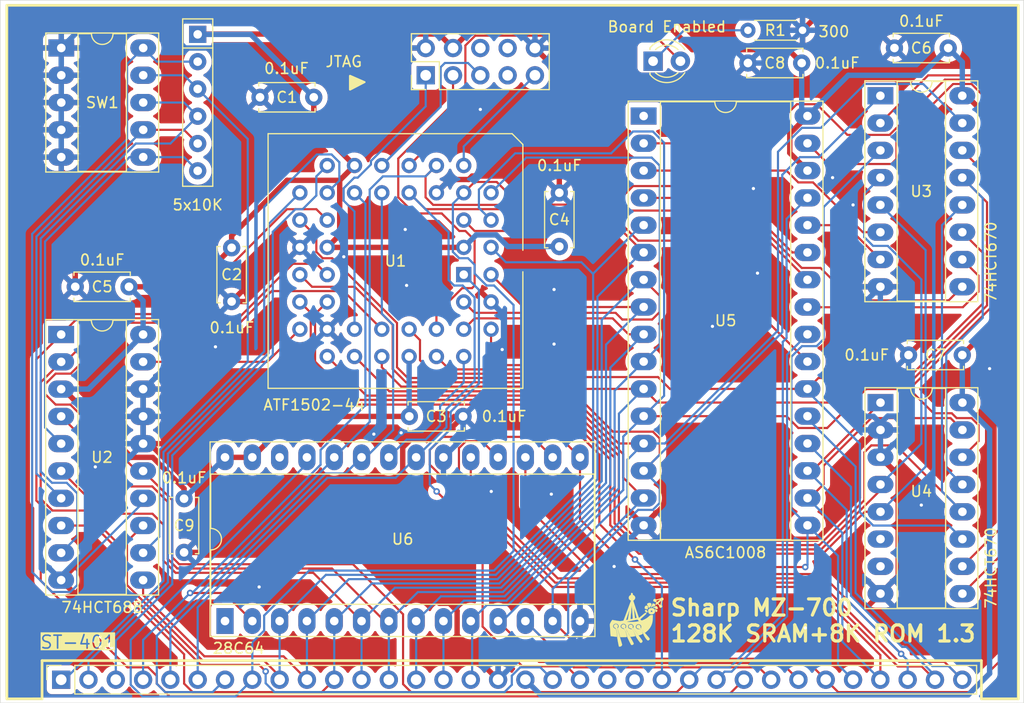
<source format=kicad_pcb>
(kicad_pcb (version 20240108) (generator "pcbnew") (generator_version "8.0")
  (title_block (title "MZ 700 SRAM 128K ROM") (date "2024-05-19") (rev "1.3") (company "TBC"))
  (layers (0 "F.Cu" signal) (31 "B.Cu" signal) (34 "B.Paste" user) (35 "F.Paste" user) (36 "B.SilkS" user "B.Silkscreen") (37 "F.SilkS" user "F.Silkscreen") (38 "B.Mask" user) (39 "F.Mask" user) (44 "Edge.Cuts" user))
  (net 0 "")
  (net 1 "+5V")
  (net 2 "GND")
  (net 3 "Net-(J1-Pin_5)")
  (net 4 "Net-(J1-Pin_3)")
  (net 5 "Net-(J1-Pin_9)")
  (net 8 "Net-(J1-Pin_1)")
  (net 10 "/D4")
  (net 11 "/D5")
  (net 12 "/A1")
  (net 13 "/~{M1}")
  (net 14 "/A5")
  (net 15 "/A13")
  (net 16 "/~{IORQ}")
  (net 17 "/A4")
  (net 18 "/A12")
  (net 19 "/~{RESET}")
  (net 20 "/A10")
  (net 21 "/D3")
  (net 22 "/A15")
  (net 23 "/A8")
  (net 24 "/D1")
  (net 25 "/D2")
  (net 26 "/A0")
  (net 27 "/~{MREQ}")
  (net 28 "/D7")
  (net 29 "/~{WR}")
  (net 30 "/A6")
  (net 31 "/A11")
  (net 33 "/D0")
  (net 34 "/A3")
  (net 35 "/A2")
  (net 36 "/D6")
  (net 37 "/A14")
  (net 38 "/A7")
  (net 39 "/A9")
  (net 41 "/~{RD}")
  (net 42 "Net-(RN1-R4)")
  (net 43 "Net-(RN1-R2)")
  (net 44 "Net-(RN1-R5)")
  (net 45 "Net-(RN1-R1)")
  (net 46 "Net-(RN1-R3)")
  (net 47 "/~{REG_SEL}")
  (net 48 "/RA1")
  (net 49 "/RA0")
  (net 50 "/~{RAM_CS}")
  (net 51 "/~{MMU_WR}")
  (net 52 "Net-(U3-Q2)")
  (net 53 "Net-(U3-Q4)")
  (net 54 "Net-(U3-Q3)")
  (net 55 "Net-(U3-Q1)")
  (net 56 "Net-(U4-Q2)")
  (net 59 "Net-(U4-Q1)")
  (net 61 "/~{ROM_CS}")
  (net 64 "Net-(D1-A)")
  (net 65 "Net-(D1-K)")
  (footprint "Package_DIP:DIP-10_W7.62mm_Socket_LongPads" (layer "F.Cu") (at 88.275 79.37)
    (property "Reference" "SW1")
    (property "Value" "SW_DIP_x05" (hide yes))
  )
  (footprint "Capacitor_THT:C_Disc_D5.0mm_W2.5mm_P5.00mm" (layer "F.Cu") (at 99.695 126.325 90)
    (property "Reference" "C9")
    (property "Value" "0.1uF")
  )
  (footprint "Capacitor_THT:C_Disc_D5.0mm_W2.5mm_P5.00mm" (layer "F.Cu") (at 120.65 113.665)
    (property "Reference" "C3")
    (property "Value" "0.1uF")
  )
  (footprint "Package_DIP:DIP-16_W7.62mm_Socket_LongPads" (layer "F.Cu") (at 164.465 83.82)
    (property "Reference" "U3")
    (property "Value" "74HCT670")
  )
  (footprint "Capacitor_THT:C_Disc_D5.0mm_W2.5mm_P5.00mm" (layer "F.Cu") (at 104.121147 97.9712 -90)
    (property "Reference" "C2")
    (property "Value" "0.1uF")
  )
  (footprint "Connector_PinSocket_2.54mm:PinSocket_1x34_P2.54mm_Vertical" (layer "F.Cu") (at 88.265 138.176 90)
    (property "Reference" "J2" (hide yes))
    (property "Value" "MZ700Bus-2014-single-row" (hide yes))
  )
  (footprint "Capacitor_THT:C_Disc_D5.0mm_W2.5mm_P5.00mm" (layer "F.Cu") (at 134.601147 97.8512 90)
    (property "Reference" "C4")
    (property "Value" "0.1uF")
  )
  (footprint "Capacitor_THT:C_Disc_D5.0mm_W2.5mm_P5.00mm" (layer "F.Cu") (at 157.146 80.772 180)
    (property "Reference" "C8")
    (property "Value" "0.1uF")
  )
  (footprint "Capacitor_THT:C_Disc_D5.0mm_W2.5mm_P5.00mm" (layer "F.Cu") (at 172.085 107.95 180)
    (property "Reference" "C7")
    (property "Value" "0.1uF")
  )
  (footprint "Resistor_THT:R_Axial_DIN0204_L3.6mm_D1.6mm_P5.08mm_Horizontal" (layer "F.Cu") (at 152.146 77.724)
    (property "Reference" "R1")
    (property "Value" "300")
  )
  (footprint "Package_DIP:DIP-20_W7.62mm_Socket_LongPads" (layer "F.Cu") (at 88.265 106.045)
    (property "Reference" "U2")
    (property "Value" "74HCT688")
  )
  (footprint "sharpox:logo.cdr" (layer "F.Cu") (at 141.8 132.6)
    (property "Reference" "Ref**" (hide yes))
    (property "Value" "Val**" (hide yes))
  )
  (footprint "Capacitor_THT:C_Disc_D5.0mm_W2.5mm_P5.00mm" (layer "F.Cu") (at 111.76 83.9612 180)
    (property "Reference" "C1")
    (property "Value" "0.1uF")
  )
  (footprint "LED_THT:LED_D3.0mm" (layer "F.Cu") (at 143.325 80.6)
    (property "Reference" "D1" (hide yes))
    (property "Value" "Board Enabled")
  )
  (footprint "Capacitor_THT:C_Disc_D5.0mm_W2.5mm_P5.00mm" (layer "F.Cu") (at 94.575 101.6 180)
    (property "Reference" "C5")
    (property "Value" "0.1uF")
  )
  (footprint "Package_LCC:PLCC-44_THT-Socket" (layer "F.Cu") (at 125.711147 100.4712 -90)
    (property "Reference" "U1")
    (property "Value" "ATF1502-44")
  )
  (footprint "Resistor_THT:R_Array_SIP6" (layer "F.Cu") (at 100.965 78.105 -90)
    (property "Reference" "RN1" (hide yes))
    (property "Value" "5x10K")
  )
  (footprint "Connector_PinHeader_2.54mm:PinHeader_2x05_P2.54mm_Vertical" (layer "F.Cu") (at 122.174 81.915 90)
    (property "Reference" "J1" (hide yes))
    (property "Value" "JTAG")
  )
  (footprint "Package_DIP:DIP-16_W7.62mm_Socket_LongPads" (layer "F.Cu") (at 164.475 112.385)
    (property "Reference" "U4")
    (property "Value" "74HCT670")
  )
  (footprint "Package_DIP:DIP-28_W15.24mm_Socket_LongPads" (layer "F.Cu") (at 103.505 132.715 90)
    (property "Reference" "U6")
    (property "Value" "28C64")
  )
  (footprint "Capacitor_THT:C_Disc_D5.0mm_W2.5mm_P5.00mm" (layer "F.Cu") (at 170.775 79.375 180)
    (property "Reference" "C6")
    (property "Value" "0.1uF")
  )
  (footprint "Package_DIP:DIP-32_W15.24mm_Socket_LongPads" (layer "F.Cu") (at 142.446116 85.705)
    (property "Reference" "U5")
    (property "Value" "AS6C1008")
  )
  (gr_line (start 173.863 136.398) (end 86.487 136.398) (stroke (width 0.25)) (layer "F.SilkS"))
  (gr_line (start 83.21891 139.956408) (end 83.212606 75.4) (stroke (width 0.25)) (layer "F.SilkS"))
  (gr_line (start 177.292 139.954) (end 173.863 139.954) (stroke (width 0.25)) (layer "F.SilkS"))
  (gr_line (start 177.292 75.4) (end 177.292 139.954) (stroke (width 0.25)) (layer "F.SilkS"))
  (gr_line (start 173.863 139.954) (end 173.863 136.398) (stroke (width 0.25)) (layer "F.SilkS"))
  (gr_line (start 83.212606 75.4) (end 177.292 75.4) (stroke (width 0.25)) (layer "F.SilkS"))
  (gr_line (start 86.487 139.954) (end 83.21891 139.956408) (stroke (width 0.25)) (layer "F.SilkS"))
  (gr_poly (pts (xy 115.134427 81.969573) (xy 115.134427 83.239573) (xy 116.459 82.55)) (stroke (width 0.2)) (fill solid) (layer "F.SilkS"))
  (gr_line (start 86.487 136.398) (end 86.487 139.954) (stroke (width 0.25)) (layer "F.SilkS"))
  (gr_line (start 177.165 140.335) (end 177.8 140.335) (stroke (width 0.05)) (layer "Edge.Cuts"))
  (gr_line (start 82.6 140.335) (end 177.165 140.335) (stroke (width 0.05)) (layer "Edge.Cuts"))
  (gr_line (start 177.8 74.93) (end 82.6 74.93) (stroke (width 0.05)) (layer "Edge.Cuts"))
  (gr_line (start 177.8 140.335) (end 177.8 74.93) (stroke (width 0.05)) (layer "Edge.Cuts"))
  (gr_line (start 82.6 74.93) (end 82.6 140.335) (stroke (width 0.05)) (layer "Edge.Cuts"))
  (gr_text "ST-401" (at 86.233 135.382 0) (layer "F.SilkS" knockout) (effects (font (size 1.2 1.2)) (justify left bottom)))
  (gr_text "Sharp MZ-700 \n128K SRAM+8K ROM 1.3" (at 144.8 130.6 0) (layer "F.SilkS") (effects (font (size 1.5 1.5) (thickness 0.3) (bold yes)) (justify left top)))
  (segment (start 113.011147 97.9312) (end 125.711147 97.9312) (width 0.5) (layer "F.Cu") (net 1))
  (segment (start 175.334999 104.700001) (end 175.334999 86.669999) (width 0.5) (layer "F.Cu") (net 1))
  (segment (start 120.65 113.665) (end 109.855 113.665) (width 0.5) (layer "F.Cu") (net 1))
  (segment (start 156.036116 87.355) (end 156.036116 89.135) (width 0.5) (layer "F.Cu") (net 1))
  (segment (start 146.963189 79.522) (end 145.116189 77.675) (width 0.5) (layer "F.Cu") (net 1))
  (segment (start 156.036116 89.135) (end 157.686116 90.785) (width 0.5) (layer "F.Cu") (net 1))
  (segment (start 111.76 86.520053) (end 115.551147 90.3112) (width 0.5) (layer "F.Cu") (net 1))
  (segment (start 115.551147 90.3112) (end 114.172347 91.69) (width 0.5) (layer "F.Cu") (net 1))
  (segment (start 126.414 77.675) (end 124.714 79.375) (width 0.5) (layer "F.Cu") (net 1))
  (segment (start 99.695 120.387233) (end 96.782767 117.475) (width 0.5) (layer "F.Cu") (net 1))
  (segment (start 157.146 80.772) (end 155.896 79.522) (width 0.5) (layer "F.Cu") (net 1))
  (segment (start 88.458453 111.125) (end 88.265 111.125) (width 0.5) (layer "F.Cu") (net 1))
  (segment (start 114.172347 91.69) (end 114.172347 96.77) (width 0.5) (layer "F.Cu") (net 1))
  (segment (start 172.085 107.95) (end 175.334999 104.700001) (width 0.5) (layer "F.Cu") (net 1))
  (segment (start 145.116189 77.675) (end 126.414 77.675) (width 0.5) (layer "F.Cu") (net 1))
  (segment (start 99.695 121.325) (end 99.695 120.387233) (width 0.5) (layer "F.Cu") (net 1))
  (segment (start 123.414 78.075) (end 124.714 79.375) (width 0.5) (layer "F.Cu") (net 1))
  (segment (start 94.808453 117.475) (end 88.458453 111.125) (width 0.5) (layer "F.Cu") (net 1))
  (segment (start 114.172347 91.69) (end 109.270976 91.69) (width 0.5) (layer "F.Cu") (net 1))
  (segment (start 94.575 101.6) (end 100.492347 101.6) (width 0.5) (layer "F.Cu") (net 1))
  (segment (start 172.485 83.82) (end 172.085 83.82) (width 0.5) (layer "F.Cu") (net 1))
  (segment (start 120.65 78.075) (end 123.414 78.075) (width 0.5) (layer "F.Cu") (net 1))
  (segment (start 175.334999 86.669999) (end 172.485 83.82) (width 0.5) (layer "F.Cu") (net 1))
  (segment (start 106.045 117.475) (end 103.505 117.475) (width 0.5) (layer "F.Cu") (net 1))
  (segment (start 104.121147 97.9712) (end 104.121147 96.83983) (width 0.5) (layer "F.Cu") (net 1))
  (segment (start 96.782767 117.475) (end 94.808453 117.475) (width 0.5) (layer "F.Cu") (net 1))
  (segment (start 109.855 113.665) (end 106.045 117.475) (width 0.5) (layer "F.Cu") (net 1))
  (segment (start 104.121147 96.83983) (end 109.270976 91.69) (width 0.5) (layer "F.Cu") (net 1))
  (segment (start 100.995 78.075) (end 120.65 78.075) (width 0.5) (layer "F.Cu") (net 1))
  (segment (start 111.76 83.9612) (end 111.76 86.520053) (width 0.5) (layer "F.Cu") (net 1))
  (segment (start 100.492347 101.6) (end 104.121147 97.9712) (width 0.5) (layer "F.Cu") (net 1))
  (segment (start 100.965 78.105) (end 100.995 78.075) (width 0.5) (layer "F.Cu") (net 1))
  (segment (start 155.896 79.522) (end 146.963189 79.522) (width 0.5) (layer "F.Cu") (net 1))
  (segment (start 157.686116 85.705) (end 156.036116 87.355) (width 0.5) (layer "F.Cu") (net 1))
  (segment (start 114.172347 96.77) (end 113.011147 97.9312) (width 0.5) (layer "F.Cu") (net 1))
  (segment (start 172.085 80.685) (end 170.775 79.375) (width 0.5) (layer "B.Cu") (net 1))
  (segment (start 134.601147 97.8512) (end 129.813332 97.8512) (width 0.5) (layer "B.Cu") (net 1))
  (segment (start 128.732132 96.77) (end 126.872347 96.77) (width 0.5) (layer "B.Cu") (net 1))
  (segment (start 161.476116 81.915) (end 168.235 81.915) (width 0.5) (layer "B.Cu") (net 1))
  (segment (start 120.631147 108.0912) (end 120.631147 113.646147) (width 0.5) (layer "B.Cu") (net 1))
  (segment (start 157.686116 85.705) (end 157.146 85.164884) (width 0.5) (layer "B.Cu") (net 1))
  (segment (start 120.631147 113.646147) (end 120.65 113.665) (width 0.5) (layer "B.Cu") (net 1))
  (segment (start 126.872347 96.77) (end 125.711147 97.9312) (width 0.5) (layer "B.Cu") (net 1))
  (segment (start 88.265 111.125) (end 90.805 111.125) (width 0.5) (layer "B.Cu") (net 1))
  (segment (start 95.885 106.045) (end 95.885 102.91) (width 0.5) (layer "B.Cu") (net 1))
  (segment (start 174.625 137.601478) (end 174.625 114.915) (width 0.5) (layer "B.Cu") (net 1))
  (segment (start 129.813332 97.8512) (end 128.732132 96.77) (width 0.5) (layer "B.Cu") (net 1))
  (segment (start 100.965 78.105) (end 105.9038 78.105) (width 0.5) (layer "B.Cu") (net 1))
  (segment (start 103.505 117.515) (end 99.695 121.325) (width 0.5) (layer "B.Cu") (net 1))
  (segment (start 95.885 102.91) (end 94.575 101.6) (width 0.5) (layer "B.Cu") (net 1))
  (segment (start 172.085 112.375) (end 172.095 112.385) (width 0.5) (layer "B.Cu") (net 1))
  (segment (start 172.641478 139.585) (end 174.625 137.601478) (width 0.5) (layer "B.Cu") (net 1))
  (segment (start 172.085 107.95) (end 172.085 112.375) (width 0.5) (layer "B.Cu") (net 1))
  (segment (start 132.854 139.585) (end 131.445 138.176) (width 0.5) (layer "B.Cu") (net 1))
  (segment (start 90.805 111.125) (end 95.885 106.045) (width 0.5) (layer "B.Cu") (net 1))
  (segment (start 168.235 81.915) (end 170.775 79.375) (width 0.5) (layer "B.Cu") (net 1))
  (segment (start 157.146 80.772) (end 157.146 85.164884) (width 0.5) (layer "B.Cu") (net 1))
  (segment (start 174.625 114.915) (end 172.095 112.385) (width 0.5) (layer "B.Cu") (net 1))
  (segment (start 157.686116 85.705) (end 161.476116 81.915) (width 0.5) (layer "B.Cu") (net 1))
  (segment (start 132.854 139.585) (end 172.641478 139.585) (width 0.5) (layer "B.Cu") (net 1))
  (segment (start 105.9038 78.105) (end 111.76 83.9612) (width 0.5) (layer "B.Cu") (net 1))
  (segment (start 103.505 117.475) (end 103.505 117.515) (width 0.5) (layer "B.Cu") (net 1))
  (segment (start 172.085 83.82) (end 172.085 80.685) (width 0.5) (layer "B.Cu") (net 1))
  (segment (start 118.705 126.298) (end 120.035 124.968) (width 0.5) (layer "F.Cu") (net 2))
  (segment (start 126.494529 91.29) (end 133.039947 91.29) (width 0.5) (layer "F.Cu") (net 2))
  (segment (start 166.125 119.115) (end 166.125 128.515) (width 0.5) (layer "F.Cu") (net 2))
  (segment (start 162.425 121.233883) (end 158.563883 125.095) (width 0.5) (layer "F.Cu") (net 2))
  (segment (start 123.445 131.065) (end 124.382766 131.065) (width 0.5) (layer "F.Cu") (net 2))
  (segment (start 100.956358 125.063642) (end 99.695 126.325) (width 0.5) (layer "F.Cu") (net 2))
  (segment (start 124.382766 131.065) (end 125.095 131.777233) (width 0.5) (layer "F.Cu") (net 2))
  (segment (start 118.705 126.325) (end 123.445 131.065) (width 0.5) (layer "F.Cu") (net 2))
  (segment (start 126.172347 91.612183) (end 126.494529 91.29) (width 0.5) (layer "F.Cu") (net 2))
  (segment (start 164.475 117.465) (end 166.125 119.115) (width 0.5) (layer "F.Cu") (net 2))
  (segment (start 158.563883 125.095) (end 143.736116 125.095) (width 0.5) (layer "F.Cu") (net 2))
  (segment (start 163.215 76.815) (end 158.135 76.815) (width 0.5) (layer "F.Cu") (net 2))
  (segment (start 163.215 76.815) (end 165.775 79.375) (width 0.5) (layer "F.Cu") (net 2))
  (segment (start 110.471147 97.9312) (end 105.431147 102.9712) (width 0.5) (layer "F.Cu") (net 2))
  (segment (start 123.171147 92.8512) (end 124.410164 91.612183) (width 0.5) (layer "F.Cu") (net 2))
  (segment (start 105.431147 102.9712) (end 104.121147 102.9712) (width 0.5) (layer "F.Cu") (net 2))
  (segment (start 158.135 76.815) (end 157.226 77.724) (width 0.5) (layer "F.Cu") (net 2))
  (segment (start 125.095 131.777233) (end 125.095 134.366) (width 0.5) (layer "F.Cu") (net 2))
  (segment (start 120.035 124.968) (end 120.035 116.557233) (width 0.5) (layer "F.Cu") (net 2))
  (segment (start 143.736116 125.095) (end 142.446116 123.805) (width 0.5) (layer "F.Cu") (net 2))
  (segment (start 120.035 116.557233) (end 120.768233 115.824) (width 0.5) (layer "F.Cu") (net 2))
  (segment (start 88.275 89.53) (end 88.275 90.795) (width 0.5) (layer "F.Cu") (net 2))
  (segment (start 88.275 90.795) (end 89.575 92.095) (width 0.5) (layer "F.Cu") (net 2))
  (segment (start 164.213 114.925) (end 164.475 114.925) (width 0.5) (layer "F.Cu") (net 2))
  (segment (start 134.601147 81.642147) (end 132.334 79.375) (width 0.5) (layer "F.Cu") (net 2))
  (segment (start 162.425 116.713) (end 164.213 114.925) (width 0.5) (layer "F.Cu") (net 2))
  (segment (start 124.841 113.665) (end 125.65 113.665) (width 0.5) (layer "F.Cu") (net 2))
  (segment (start 96.502716 116.205) (end 100.956358 120.658642) (width 0.5) (layer "F.Cu") (net 2))
  (segment (start 95.885 116.205) (end 96.502716 116.205) (width 0.5) (layer "F.Cu") (net 2))
  (segment (start 162.425 116.713) (end 162.425 121.233883) (width 0.5) (layer "F.Cu") (net 2))
  (segment (start 124.410164 91.612183) (end 126.172347 91.612183) (width 0.5) (layer "F.Cu") (net 2))
  (segment (start 99.695 126.325) (end 118.705 126.325) (width 0.5) (layer "F.Cu") (net 2))
  (segment (start 89.575 92.095) (end 89.575 101.6) (width 0.5) (layer "F.Cu") (net 2))
  (segment (start 166.125 128.515) (end 164.475 130.165) (width 0.5) (layer "F.Cu") (net 2))
  (segment (start 122.682 115.824) (end 124.841 113.665) (width 0.5) (layer "F.Cu") (net 2))
  (segment (start 120.768233 115.824) (end 122.682 115.824) (width 0.5) (layer "F.Cu") (net 2))
  (segment (start 133.039947 91.29) (end 134.601147 92.8512) (width 0.5) (layer "F.Cu") (net 2))
  (segment (start 125.095 134.366) (end 128.905 138.176) (width 0.5) (layer "F.Cu") (net 2))
  (segment (start 100.956358 120.658642) (end 100.956358 125.063642) (width 0.5) (layer "F.Cu") (net 2))
  (segment (start 134.601147 92.8512) (end 134.601147 81.642147) (width 0.5) (layer "F.Cu") (net 2))
  (via (at 153.035 100.33) (size 0.6) (drill 0.3) (layers "F.Cu" "B.Cu") (net 2))
  (via (at 161.925 93.98) (size 0.6) (drill 0.3) (layers "F.Cu" "B.Cu") (net 2))
  (via (at 160.02 91.44) (size 0.6) (drill 0.3) (layers "F.Cu" "B.Cu") (net 2))
  (via (at 152.654 92.456) (size 0.6) (drill 0.3) (layers "F.Cu" "B.Cu") (net 2))
  (via (at 134.112 106.934) (size 0.6) (drill 0.3) (layers "F.Cu" "B.Cu") (net 2))
  (via (at 119.888 115.189) (size 0.6) (drill 0.3) (layers "F.Cu" "B.Cu") (net 2))
  (via (at 148.844 105.283) (size 0.6) (drill 0.3) (layers "F.Cu" "B.Cu") (net 2))
  (via (at 128.27 120.65) (size 0.6) (drill 0.3) (layers "F.Cu" "B.Cu") (net 2))
  (via (at 174.625 109.22) (size 0.6) (drill 0.3) (layers "F.Cu" "B.Cu") (net 2))
  (via (at 157.48 133.35) (size 0.6) (drill 0.3) (layers "F.Cu" "B.Cu") (net 2))
  (via (at 106.68 129.54) (size 0.6) (drill 0.3) (layers "F.Cu" "B.Cu") (net 2))
  (via (at 129.286 107.442) (size 0.6) (drill 0.3) (layers "F.Cu" "B.Cu") (net 2))
  (via (at 127.254 85.09) (size 0.6) (drill 0.3) (layers "F.Cu" "B.Cu") (net 2))
  (via (at 91.44 118.364) (size 0.6) (drill 0.3) (layers "F.Cu" "B.Cu") (net 2))
  (via (at 168.275 121.92) (size 0.6) (drill 0.3) (layers "F.Cu" "B.Cu") (net 2))
  (via (at 102.616 107.188) (size 0.6) (drill 0.3) (layers "F.Cu" "B.Cu") (net 2))
  (via (at 117.348 115.316) (size 0.6) (drill 0.3) (layers "F.Cu" "B.Cu") (net 2))
  (via (at 114.554 98.806) (size 0.6) (drill 0.3) (layers "F.Cu" "B.Cu") (net 2))
  (via (at 133.858 120.904) (size 0.6) (drill 0.3) (layers "F.Cu" "B.Cu") (net 2))
  (via (at 120.269 96.266) (size 0.6) (drill 0.3) (layers "F.Cu" "B.Cu") (net 2))
  (via (at 134.112 101.854) (size 0.6) (drill 0.3) (layers "F.Cu" "B.Cu") (net 2))
  (via (at 139.7 127.635) (size 0.6) (drill 0.3) (layers "F.Cu" "B.Cu") (net 2))
  (via (at 120.396 101.473) (size 0.6) (drill 0.3) (layers "F.Cu" "B.Cu") (net 2))
  (segment (start 88.275 81.91) (end 88.275 79.37) (width 0.5) (layer "B.Cu") (net 2))
  (segment (start 136.525 132.715) (end 136.525 133.615) (width 0.5) (layer "B.Cu") (net 2))
  (segment (start 88.275 84.45) (end 88.275 89.53) (width 0.5) (layer "B.Cu") (net 2))
  (segment (start 89.575 101.6) (end 90.825 100.35) (width 0.5) (layer "B.Cu") (net 2))
  (segment (start 97.282 76.855) (end 129.814 76.855) (width 0.5) (layer "B.Cu") (net 2))
  (segment (start 164.475 114.925) (end 164.475 117.465) (width 0.5) (layer "B.Cu") (net 2))
  (segment (start 127.706409 111.608591) (end 127.706409 108.204) (width 0.5) (layer "B.Cu") (net 2))
  (segment (start 90.79 76.855) (end 97.282 76.855) (width 0.5) (layer "B.Cu") (net 2))
  (segment (start 132.334 79.375) (end 135.135 76.574) (width 0.5) (layer "B.Cu") (net 2))
  (segment (start 125.65 113.665) (end 127.706409 111.608591) (width 0.5) (layer "B.Cu") (net 2))
  (segment (start 166.165 113.635) (end 165.15 113.635) (width 0.5) (layer "B.Cu") (net 2))
  (segment (start 88.275 79.37) (end 90.79 76.855) (width 0.5) (layer "B.Cu") (net 2))
  (segment (start 154.178 80.772) (end 157.226 77.724) (width 0.5) (layer "B.Cu") (net 2))
  (segment (start 88.275 81.91) (end 88.275 84.45) (width 0.5) (layer "B.Cu") (net 2))
  (segment (start 123.825 117.475) (end 125.65 115.65) (width 0.5) (layer "B.Cu") (net 2))
  (segment (start 136.525 129.726116) (end 142.446116 123.805) (width 0.5) (layer "B.Cu") (net 2))
  (segment (start 88.265 128.532767) (end 88.265 128.905) (width 0.5) (layer "B.Cu") (net 2))
  (segment (start 102.1738 79.375) (end 106.76 83.9612) (width 0.5) (layer "B.Cu") (net 2))
  (segment (start 101.499947 100.35) (end 104.121147 102.9712) (width 0.5) (layer "B.Cu") (net 2))
  (segment (start 129.412347 104.1724) (end 129.412347 106.498062) (width 0.5) (layer "B.Cu") (net 2))
  (segment (start 129.412347 106.498062) (end 127.706409 108.204) (width 0.5) (layer "B.Cu") (net 2))
  (segment (start 162.56 103.505) (end 162.56 113.145) (width 0.5) (layer "B.Cu") (net 2))
  (segment (start 129.814 76.855) (end 132.334 79.375) (width 0.5) (layer "B.Cu") (net 2))
  (segment (start 95.967347 111.125) (end 95.885 111.125) (width 0.5) (layer "B.Cu") (net 2))
  (segment (start 135.135 76.574) (end 156.076 76.574) (width 0.5) (layer "B.Cu") (net 2))
  (segment (start 152.146 80.772) (end 154.178 80.772) (width 0.5) (layer "B.Cu") (net 2))
  (segment (start 165.15 113.635) (end 164.475 114.31) (width 0.5) (layer "B.Cu") (net 2))
  (segment (start 167.085 107.95) (end 167.085 112.715) (width 0.5) (layer "B.Cu") (net 2))
  (segment (start 136.525 133.615) (end 135.375 134.765) (width 0.5) (layer "B.Cu") (net 2))
  (segment (start 95.885 111.125) (end 95.885 116.205) (width 0.5) (layer "B.Cu") (net 2))
  (segment (start 136.525 132.715) (end 136.525 129.726116) (width 0.5) (layer "B.Cu") (net 2))
  (segment (start 164.475 114.31) (end 163.824 113.659) (width 0.5) (layer "B.Cu") (net 2))
  (segment (start 90.89 121.2) (end 90.89 125.907767) (width 0.5) (layer "B.Cu") (net 2))
  (segment (start 163.824 113.659) (end 163.074 113.659) (width 0.5) (layer "B.Cu") (net 2))
  (segment (start 90.825 100.35) (end 101.499947 100.35) (width 0.5) (layer "B.Cu") (net 2))
  (segment (start 125.65 115.65) (end 125.65 113.665) (width 0.5) (layer "B.Cu") (net 2))
  (segment (start 167.085 112.715) (end 166.165 113.635) (width 0.5) (layer "B.Cu") (net 2))
  (segment (start 95.885 116.205) (end 90.89 121.2) (width 0.5) (layer "B.Cu") (net 2))
  (segment (start 99.802 79.375) (end 102.1738 79.375) (width 0.5) (layer "B.Cu") (net 2))
  (segment (start 135.375 134.765) (end 132.316 134.765) (width 0.5) (layer "B.Cu") (net 2))
  (segment (start 164.465 101.6) (end 162.56 103.505) (width 0.5) (layer "B.Cu") (net 2))
  (segment (start 164.475 114.925) (end 164.475 114.31) (width 0.5) (layer "B.Cu") (net 2))
  (segment (start 104.121147 102.9712) (end 95.967347 111.125) (width 0.5) (layer "B.Cu") (net 2))
  (segment (start 97.282 76.855) (end 99.802 79.375) (width 0.5) (layer "B.Cu") (net 2))
  (segment (start 90.89 125.907767) (end 88.265 128.532767) (width 0.5) (layer "B.Cu") (net 2))
  (segment (start 162.56 113.145) (end 163.074 113.659) (width 0.5) (layer "B.Cu") (net 2))
  (segment (start 128.251147 103.0112) (end 129.412347 104.1724) (width 0.5) (layer "B.Cu") (net 2))
  (segment (start 157.226 77.724) (end 156.076 76.574) (width 0.5) (layer "B.Cu") (net 2))
  (segment (start 132.316 134.765) (end 128.905 138.176) (width 0.5) (layer "B.Cu") (net 2))
  (segment (start 123.959 80.765) (end 123.564 81.16) (width 0.2) (layer "B.Cu") (net 3))
  (segment (start 127.254 81.915) (end 126.104 80.765) (width 0.2) (layer "B.Cu") (net 3))
  (segment (start 126.104 80.765) (end 123.959 80.765) (width 0.2) (layer "B.Cu") (net 3))
  (segment (start 123.564 84.838347) (end 118.091147 90.3112) (width 0.2) (layer "B.Cu") (net 3))
  (segment (start 123.564 81.16) (end 123.564 84.838347) (width 0.2) (layer "B.Cu") (net 3))
  (segment (start 125.565294 101.727) (end 123.171147 104.121147) (width 0.2) (layer "F.Cu") (net 4))
  (segment (start 125.8664 96.4024) (end 126.722347 97.258347) (width 0.2) (layer "F.Cu") (net 4))
  (segment (start 121.124947 94.775053) (end 123.664947 94.775053) (width 0.2) (layer "F.Cu") (net 4))
  (segment (start 123.664947 94.775053) (end 125.292294 96.4024) (width 0.2) (layer "F.Cu") (net 4))
  (segment (start 124.714 84.567947) (end 119.619947 89.662) (width 0.2) (layer "F.Cu") (net 4))
  (segment (start 119.619947 93.270053) (end 121.124947 94.775053) (width 0.2) (layer "F.Cu") (net 4))
  (segment (start 125.292294 96.4024) (end 125.8664 96.4024) (width 0.2) (layer "F.Cu") (net 4))
  (segment (start 126.722347 97.258347) (end 126.722347 101.4824) (width 0.2) (layer "F.Cu") (net 4))
  (segment (start 126.722347 101.4824) (end 126.477747 101.727) (width 0.2) (layer "F.Cu") (net 4))
  (segment (start 119.619947 89.662) (end 119.619947 93.270053) (width 0.2) (layer "F.Cu") (net 4))
  (segment (start 123.171147 104.121147) (end 123.171147 105.5512) (width 0.2) (layer "F.Cu") (net 4))
  (segment (start 126.477747 101.727) (end 125.565294 101.727) (width 0.2) (layer "F.Cu") (net 4))
  (segment (start 124.714 81.915) (end 124.714 84.567947) (width 0.2) (layer "F.Cu") (net 4))
  (segment (start 125.711147 88.537853) (end 132.334 81.915) (width 0.2) (layer "B.Cu") (net 5))
  (segment (start 125.711147 90.3112) (end 125.711147 88.537853) (width 0.2) (layer "B.Cu") (net 5))
  (segment (start 117.079947 89.892347) (end 118.218147 88.754147) (width 0.2) (layer "B.Cu") (net 8))
  (segment (start 117.079947 90.212453) (end 117.079947 89.892347) (width 0.2) (layer "B.Cu") (net 8))
  (segment (start 115.8524 91.44) (end 117.079947 90.212453) (width 0.2) (layer "B.Cu") (net 8))
  (segment (start 122.174 81.915) (end 122.174 84.798294) (width 0.2) (layer "B.Cu") (net 8))
  (segment (start 115.551147 105.5512) (end 115.551147 94.596147) (width 0.2) (layer "B.Cu") (net 8))
  (segment (start 115.532294 91.44) (end 115.8524 91.44) (width 0.2) (layer "B.Cu") (net 8))
  (segment (start 115.551147 94.596147) (end 114.539947 93.584947) (width 0.2) (layer "B.Cu") (net 8))
  (segment (start 114.539947 93.584947) (end 114.539947 92.432347) (width 0.2) (layer "B.Cu") (net 8))
  (segment (start 122.174 84.798294) (end 118.218147 88.754147) (width 0.2) (layer "B.Cu") (net 8))
  (segment (start 114.539947 92.432347) (end 115.532294 91.44) (width 0.2) (layer "B.Cu") (net 8))
  (segment (start 163.62 113.825) (end 170.995 113.825) (width 0.2) (layer "F.Cu") (net 10))
  (segment (start 157.88 121.285) (end 159.186116 119.978884) (width 0.2) (layer "F.Cu") (net 10))
  (segment (start 158.086116 121.265) (end 157.686116 121.265) (width 0.2) (layer "F.Cu") (net 10))
  (segment (start 122.555 116.789365) (end 122.555 118.160635) (width 0.2) (layer "F.Cu") (net 10))
  (segment (start 158.115 129.54) (end 164.465 135.89) (width 0.2) (layer "F.Cu") (net 10))
  (segment (start 133.934364 129.54) (end 158.115 129.54) (width 0.2) (layer "F.Cu") (net 10))
  (segment (start 159.186116 118.258884) (end 163.62 113.825) (width 0.2) (layer "F.Cu") (net 10))
  (segment (start 133.985 117.475) (end 132.08 115.57) (width 0.2) (layer "F.Cu") (net 10))
  (segment (start 132.08 115.57) (end 123.774365 115.57) (width 0.2) (layer "F.Cu") (net 10))
  (segment (start 170.995 113.825) (end 172.095 114.925) (width 0.2) (layer "F.Cu") (net 10))
  (segment (start 123.774365 115.57) (end 122.555 116.789365) (width 0.2) (layer "F.Cu") (net 10))
  (segment (start 164.465 135.89) (end 164.465 138.176) (width 0.2) (layer "F.Cu") (net 10))
  (segment (start 122.555 118.160635) (end 133.934364 129.54) (width 0.2) (layer "F.Cu") (net 10))
  (segment (start 159.186116 119.978884) (end 159.186116 118.258884) (width 0.2) (layer "F.Cu") (net 10))
  (segment (start 160.928 134.639) (end 160.928 124.506884) (width 0.2) (layer "B.Cu") (net 10))
  (segment (start 160.928 134.639) (end 164.465 138.176) (width 0.2) (layer "B.Cu") (net 10))
  (segment (start 160.928 124.506884) (end 157.686116 121.265) (width 0.2) (layer "B.Cu") (net 10))
  (segment (start 158.96561 128.34) (end 166.396256 135.770646) (width 0.2) (layer "F.Cu") (net 11))
  (segment (start 131.445 117.475) (end 131.445 121.92) (width 0.2) (layer "F.Cu") (net 11))
  (segment (start 158.135 118.725) (end 157.686116 118.725) (width 0.2) (layer "F.Cu") (net 11))
  (segment (start 164.475 112.385) (end 158.135 118.725) (width 0.2) (layer "F.Cu") (net 11))
  (segment (start 137.865 128.34) (end 158.96561 128.34) (width 0.2) (layer "F.Cu") (net 11))
  (segment (start 131.445 121.92) (end 137.865 128.34) (width 0.2) (layer "F.Cu") (net 11))
  (via (at 166.396256 135.770646) (size 0.6) (drill 0.3) (layers "F.Cu" "B.Cu") (net 11))
  (segment (start 167.005 136.37939) (end 166.396256 135.770646) (width 0.2) (layer "B.Cu") (net 11))
  (segment (start 161.328 130.70239) (end 166.396256 135.770646) (width 0.2) (layer "B.Cu") (net 11))
  (segment (start 167.005 138.176) (end 167.005 136.37939) (width 0.2) (layer "B.Cu") (net 11))
  (segment (start 157.686116 118.725) (end 161.328 122.366884) (width 0.2) (layer "B.Cu") (net 11))
  (segment (start 161.328 122.366884) (end 161.328 130.70239) (width 0.2) (layer "B.Cu") (net 11))
  (segment (start 174.385 103.337006) (end 167.232005 110.49) (width 0.2) (layer "F.Cu") (net 12))
  (segment (start 142.446116 111.105) (end 136.170058 111.105) (width 0.2) (layer "F.Cu") (net 12))
  (segment (start 134.355058 109.29) (end 124.369947 109.29) (width 0.2) (layer "F.Cu") (net 12))
  (segment (start 161.31 112.375) (end 143.716116 112.375) (width 0.2) (layer "F.Cu") (net 12))
  (segment (start 174.385 93.74) (end 174.385 103.337006) (width 0.2) (layer "F.Cu") (net 12))
  (segment (start 143.716116 112.375) (end 142.446116 111.105) (width 0.2) (layer "F.Cu") (net 12))
  (segment (start 163.195 110.49) (end 161.31 112.375) (width 0.2) (layer "F.Cu") (net 12))
  (segment (start 172.085 91.44) (end 174.385 93.74) (width 0.2) (layer "F.Cu") (net 12))
  (segment (start 167.232005 110.49) (end 163.195 110.49) (width 0.2) (layer "F.Cu") (net 12))
  (segment (start 136.170058 111.105) (end 134.355058 109.29) (width 0.2) (layer "F.Cu") (net 12))
  (segment (start 124.369947 109.29) (end 123.171147 108.0912) (width 0.2) (layer "F.Cu") (net 12))
  (segment (start 125.725 130.815) (end 129.684799 130.815) (width 0.2) (layer "B.Cu") (net 12))
  (segment (start 140.146116 113.405) (end 142.446116 111.105) (width 0.2) (layer "B.Cu") (net 12))
  (segment (start 172.085 91.44) (end 173.985001 93.340001) (width 0.2) (layer "B.Cu") (net 12))
  (segment (start 173.985001 93.340001) (end 173.985001 104.494364) (width 0.2) (layer "B.Cu") (net 12))
  (segment (start 123.825 132.715) (end 125.725 130.815) (width 0.2) (layer "B.Cu") (net 12))
  (segment (start 129.684799 130.815) (end 140.146116 120.353683) (width 0.2) (layer "B.Cu") (net 12))
  (segment (start 170.595 107.884365) (end 170.595 118.505) (width 0.2) (layer "B.Cu") (net 12))
  (segment (start 123.825 132.715) (end 123.825 138.176) (width 0.2) (layer "B.Cu") (net 12))
  (segment (start 140.146116 120.353683) (end 140.146116 113.405) (width 0.2) (layer "B.Cu") (net 12))
  (segment (start 173.985001 104.494364) (end 170.595 107.884365) (width 0.2) (layer "B.Cu") (net 12))
  (segment (start 170.595 118.505) (end 172.095 120.005) (width 0.2) (layer "B.Cu") (net 12))
  (segment (start 93.98 129.52132) (end 101.25668 136.798) (width 0.2) (layer "F.Cu") (net 13))
  (segment (start 92.705 104.545) (end 104.736314 104.545) (width 0.2) (layer "F.Cu") (net 13))
  (segment (start 86.36 121.335635) (end 87.452365 122.428) (width 0.2) (layer "F.Cu") (net 13))
  (segment (start 88.265 108.585) (end 88.665 108.585) (width 0.2) (layer "F.Cu") (net 13))
  (segment (start 90.481686 122.428) (end 93.98 125.926314) (width 0.2) (layer "F.Cu") (net 13))
  (segment (start 88.265 108.585) (end 86.36 110.49) (width 0.2) (layer "F.Cu") (net 13))
  (segment (start 111.999947 99.46) (end 113.011147 100.4712) (width 0.2) (layer "F.Cu") (net 13))
  (segment (start 109.821314 99.46) (end 111.999947 99.46) (width 0.2) (layer "F.Cu") (net 13))
  (segment (start 101.25668 136.798) (end 106.682988 136.798) (width 0.2) (layer "F.Cu") (net 13))
  (segment (start 93.98 125.926314) (end 93.98 129.52132) (width 0.2) (layer "F.Cu") (net 13))
  (segment (start 88.665 108.585) (end 92.705 104.545) (width 0.2) (layer "F.Cu") (net 13))
  (segment (start 106.682988 136.798) (end 107.284865 137.399877) (width 0.2) (layer "F.Cu") (net 13))
  (segment (start 104.736314 104.545) (end 109.821314 99.46) (width 0.2) (layer "F.Cu") (net 13))
  (segment (start 87.452365 122.428) (end 90.481686 122.428) (width 0.2) (layer "F.Cu") (net 13))
  (segment (start 86.36 110.49) (end 86.36 121.335635) (width 0.2) (layer "F.Cu") (net 13))
  (via (at 107.284865 137.399877) (size 0.6) (drill 0.3) (layers "F.Cu" "B.Cu") (net 13))
  (segment (start 130.959818 137.026) (end 130.182 137.803818) (width 0.2) (layer "B.Cu") (net 13))
  (segment (start 130.182 138.652346) (end 129.508346 139.326) (width 0.2) (layer "B.Cu") (net 13))
  (segment (start 133.985 138.176) (end 132.835 137.026) (width 0.2) (layer "B.Cu") (net 13))
  (segment (start 129.508346 139.326) (end 108.108654 139.326) (width 0.2) (layer "B.Cu") (net 13))
  (segment (start 130.182 137.803818) (end 130.182 138.652346) (width 0.2) (layer "B.Cu") (net 13))
  (segment (start 107.284865 138.502211) (end 107.284865 137.399877) (width 0.2) (layer "B.Cu") (net 13))
  (segment (start 108.108654 139.326) (end 107.284865 138.502211) (width 0.2) (layer "B.Cu") (net 13))
  (segment (start 132.835 137.026) (end 130.959818 137.026) (width 0.2) (layer "B.Cu") (net 13))
  (segment (start 142.446116 100.945) (end 143.946116 102.445) (width 0.2) (layer "F.Cu") (net 14))
  (segment (start 140.462 104.648) (end 139.8364 104.0224) (width 0.2) (layer "F.Cu") (net 14))
  (segment (start 112.515 139.326) (end 113.665 138.176) (width 0.2) (layer "F.Cu") (net 14))
  (segment (start 91.313 123.825) (end 93.58 126.092) (width 0.2) (layer "F.Cu") (net 14))
  (segment (start 93.58 129.687006) (end 99.702 135.809006) (width 0.2) (layer "F.Cu") (net 14))
  (segment (start 93.58 126.092) (end 93.58 129.687006) (width 0.2) (layer "F.Cu") (net 14))
  (segment (start 99.702 135.809006) (end 99.702 138.539346) (width 0.2) (layer "F.Cu") (net 14))
  (segment (start 143.238751 104.648) (end 140.462 104.648) (width 0.2) (layer "F.Cu") (net 14))
  (segment (start 143.946116 102.445) (end 143.946116 103.940635) (width 0.2) (layer "F.Cu") (net 14))
  (segment (start 88.265 123.825) (end 91.313 123.825) (width 0.2) (layer "F.Cu") (net 14))
  (segment (start 100.488654 139.326) (end 112.515 139.326) (width 0.2) (layer "F.Cu") (net 14))
  (segment (start 143.946116 103.940635) (end 143.238751 104.648) (width 0.2) (layer "F.Cu") (net 14))
  (segment (start 126.722347 104.0224) (end 125.711147 103.0112) (width 0.2) (layer "F.Cu") (net 14))
  (segment (start 139.8364 104.0224) (end 126.722347 104.0224) (width 0.2) (layer "F.Cu") (net 14))
  (segment (start 99.702 138.539346) (end 100.488654 139.326) (width 0.2) (layer "F.Cu") (net 14))
  (segment (start 117.165 129.215) (end 129.022056 129.215) (width 0.2) (layer "B.Cu") (net 14))
  (segment (start 113.665 132.715) (end 113.665 138.176) (width 0.2) (layer "B.Cu") (net 14))
  (segment (start 138.546113 104.658887) (end 142.24 100.965) (width 0.2) (layer "B.Cu") (net 14))
  (segment (start 129.022056 129.215) (end 138.546113 119.690943) (width 0.2) (layer "B.Cu") (net 14))
  (segment (start 138.546113 119.690943) (end 138.546113 104.658887) (width 0.2) (layer "B.Cu") (net 14))
  (segment (start 113.665 132.715) (end 117.165 129.215) (width 0.2) (layer "B.Cu") (net 14))
  (segment (start 111.999947 91.3224) (end 113.011147 90.3112) (width 0.2) (layer "B.Cu") (net 15))
  (segment (start 111.999947 93.105053) (end 111.999947 91.3224) (width 0.2) (layer "B.Cu") (net 15))
  (segment (start 93.345 134.532004) (end 98.595 129.282005) (width 0.2) (layer "B.Cu") (net 15))
  (segment (start 93.345 138.176) (end 93.345 134.532004) (width 0.2) (layer "B.Cu") (net 15))
  (segment (start 107.95 96.482294) (end 110.052294 94.38) (width 0.2) (layer "B.Cu") (net 15))
  (segment (start 107.95 107.949999) (end 107.95 96.482294) (width 0.2) (layer "B.Cu") (net 15))
  (segment (start 98.595 117.305) (end 107.95 107.949999) (width 0.2) (layer "B.Cu") (net 15))
  (segment (start 110.725 94.38) (end 111.999947 93.105053) (width 0.2) (layer "B.Cu") (net 15))
  (segment (start 98.595 129.282005) (end 98.595 117.305) (width 0.2) (layer "B.Cu") (net 15))
  (segment (start 110.052294 94.38) (end 110.725 94.38) (width 0.2) (layer "B.Cu") (net 15))
  (segment (start 97.155 138.532346) (end 98.348654 139.726) (width 0.2) (layer "F.Cu") (net 16))
  (segment (start 90.17 104.14) (end 99.507982 104.14) (width 0.2) (layer "F.Cu") (net 16))
  (segment (start 97.155 137.819654) (end 97.155 138.532346) (width 0.2) (layer "F.Cu") (net 16))
  (segment (start 98.348654 139.726) (end 150.215 139.726) (width 0.2) (layer "F.Cu") (net 16))
  (segment (start 111.999947 94.38) (end 113.011147 95.3912) (width 0.2) (layer "F.Cu") (net 16))
  (segment (start 94.430365 137.026) (end 96.361346 137.026) (width 0.2) (layer "F.Cu") (net 16))
  (segment (start 85.96 121.501321) (end 86.365 121.906321) (width 0.2) (layer "F.Cu") (net 16))
  (segment (start 150.215 139.726) (end 151.765 138.176) (width 0.2) (layer "F.Cu") (net 16))
  (segment (start 85.96 108.35) (end 85.96 121.501321) (width 0.2) (layer "F.Cu") (net 16))
  (segment (start 86.365 128.960635) (end 94.430365 137.026) (width 0.2) (layer "F.Cu") (net 16))
  (segment (start 99.507982 104.14) (end 109.267982 94.38) (width 0.2) (layer "F.Cu") (net 16))
  (segment (start 96.361346 137.026) (end 97.155 137.819654) (width 0.2) (layer "F.Cu") (net 16))
  (segment (start 90.17 104.14) (end 85.96 108.35) (width 0.2) (layer "F.Cu") (net 16))
  (segment (start 86.365 121.906321) (end 86.365 128.960635) (width 0.2) (layer "F.Cu") (net 16))
  (segment (start 109.267982 94.38) (end 111.999947 94.38) (width 0.2) (layer "F.Cu") (net 16))
  (segment (start 88.265 118.745) (end 92.245 122.725) (width 0.2) (layer "F.Cu") (net 17))
  (segment (start 97.776815 123.7425) (end 97.776815 127.093821) (width 0.2) (layer "F.Cu") (net 17))
  (segment (start 131.264947 103.485) (end 128.640055 100.860108) (width 0.2) (layer "F.Cu") (net 17))
  (segment (start 111.714999 128.224999) (end 116.205 132.715) (width 0.2) (layer "F.Cu") (net 17))
  (segment (start 98.907994 128.225) (end 111.714999 128.224999) (width 0.2) (layer "F.Cu") (net 17))
  (segment (start 97.776815 127.093821) (end 98.907994 128.225) (width 0.2) (layer "F.Cu") (net 17))
  (segment (start 142.446116 103.485) (end 131.264947 103.485) (width 0.2) (layer "F.Cu") (net 17))
  (segment (start 96.759315 122.725) (end 97.776815 123.7425) (width 0.2) (layer "F.Cu") (net 17))
  (segment (start 92.245 122.725) (end 96.759315 122.725) (width 0.2) (layer "F.Cu") (net 17))
  (segment (start 116.205 132.715) (end 116.205 138.176) (width 0.2) (layer "B.Cu") (net 17))
  (segment (start 138.946116 106.985) (end 138.946116 119.856625) (width 0.2) (layer "B.Cu") (net 17))
  (segment (start 142.446116 103.485) (end 138.946116 106.985) (width 0.2) (layer "B.Cu") (net 17))
  (segment (start 129.187741 129.615) (end 119.305 129.615) (width 0.2) (layer "B.Cu") (net 17))
  (segment (start 138.946116 119.856625) (end 129.187741 129.615) (width 0.2) (layer "B.Cu") (net 17))
  (segment (start 119.305 129.615) (end 116.205 132.715) (width 0.2) (layer "B.Cu") (net 17))
  (segment (start 103.432194 130.102194) (end 106.045 132.715) (width 0.2) (layer "F.Cu") (net 18))
  (segment (start 100.257194 130.102194) (end 103.432194 130.102194) (width 0.2) (layer "F.Cu") (net 18))
  (via (at 100.257194 130.102194) (size 0.6) (drill 0.3) (layers "F.Cu" "B.Cu") (net 18))
  (segment (start 112.395 116.789365) (end 112.395 118.160636) (width 0.2) (layer "B.Cu") (net 18))
  (segment (start 115.551147 92.8512) (end 116.562347 93.8624) (width 0.2) (layer "B.Cu") (net 18))
  (segment (start 100.257194 130.102194) (end 95.885 134.474388) (width 0.2) (layer "B.Cu") (net 18))
  (segment (start 116.511712 112.672653) (end 112.395 116.789365) (width 0.2) (layer "B.Cu") (net 18))
  (segment (start 100.453442 130.102194) (end 100.257194 130.102194) (width 0.2) (layer "B.Cu") (net 18))
  (segment (start 95.885 138.176) (end 95.885 134.474388) (width 0.2) (layer "B.Cu") (net 18))
  (segment (start 116.562347 93.8624) (end 116.562347 112.672653) (width 0.2) (layer "B.Cu") (net 18))
  (segment (start 116.562347 112.672653) (end 116.511712 112.672653) (width 0.2) (layer "B.Cu") (net 18))
  (segment (start 112.395 118.160636) (end 100.453442 130.102194) (width 0.2) (layer "B.Cu") (net 18))
  (segment (start 135.274 136.925) (end 136.525 138.176) (width 0.2) (layer "F.Cu") (net 19))
  (segment (start 127.465 124.925) (end 123.19 120.65) (width 0.2) (layer "F.Cu") (net 19))
  (segment (start 127.465 133.230635) (end 127.465 124.925) (width 0.2) (layer "F.Cu") (net 19))
  (segment (start 131.159364 136.925) (end 127.465 133.230635) (width 0.2) (layer "F.Cu") (net 19))
  (segment (start 135.274 136.925) (end 131.159364 136.925) (width 0.2) (layer "F.Cu") (net 19))
  (via (at 123.19 120.65) (size 0.6) (drill 0.3) (layers "F.Cu" "B.Cu") (net 19))
  (segment (start 123.19 120.65) (end 122.555 120.015) (width 0.2) (layer "B.Cu") (net 19))
  (segment (start 124.498 114.827686) (end 124.498 113.234372) (width 0.2) (layer "B.Cu") (net 19))
  (segment (start 122.555 120.015) (end 122.555 116.770686) (width 0.2) (layer "B.Cu") (net 19))
  (segment (start 124.498 113.234372) (end 127.122347 110.610025) (width 0.2) (layer "B.Cu") (net 19))
  (segment (start 127.122347 110.610025) (end 127.122347 101.8824) (width 0.2) (layer "B.Cu") (net 19))
  (segment (start 122.555 116.770686) (end 124.498 114.827686) (width 0.2) (layer "B.Cu") (net 19))
  (segment (start 127.122347 101.8824) (end 125.711147 100.4712) (width 0.2) (layer "B.Cu") (net 19))
  (segment (start 139.532481 94.907) (end 141.930481 97.305) (width 0.2) (layer "F.Cu") (net 20))
  (segment (start 122.155 94.375053) (end 129.946681 94.375053) (width 0.2) (layer "F.Cu") (net 20))
  (segment (start 130.478628 94.907) (end 139.532481 94.907) (width 0.2) (layer "F.Cu") (net 20))
  (segment (start 146.426116 97.305) (end 157.686116 108.565) (width 0.2) (layer "F.Cu") (net 20))
  (segment (start 141.930481 97.305) (end 146.426116 97.305) (width 0.2) (layer "F.Cu") (net 20))
  (segment (start 129.946681 94.375053) (end 130.478628 94.907) (width 0.2) (layer "F.Cu") (net 20))
  (segment (start 120.631147 92.8512) (end 122.155 94.375053) (width 0.2) (layer "F.Cu") (net 20))
  (segment (start 124.098 114.662) (end 124.098 112.991314) (width 0.2) (layer "B.Cu") (net 20))
  (segment (start 121.285 117.475) (end 124.098 114.662) (width 0.2) (layer "B.Cu") (net 20))
  (segment (start 125.6124 101.4824) (end 124.817347 101.4824) (width 0.2) (layer "B.Cu") (net 20))
  (segment (start 124.817347 101.4824) (end 124.299947 100.965) (width 0.2) (layer "B.Cu") (net 20))
  (segment (start 124.299947 100.965) (end 124.299947 96.52) (width 0.2) (layer "B.Cu") (net 20))
  (segment (start 124.098 112.991314) (end 126.722347 110.366967) (width 0.2) (layer "B.Cu") (net 20))
  (segment (start 124.299947 96.52) (end 120.631147 92.8512) (width 0.2) (layer "B.Cu") (net 20))
  (segment (start 126.722347 110.366967) (end 126.722347 102.592347) (width 0.2) (layer "B.Cu") (net 20))
  (segment (start 126.722347 102.592347) (end 125.6124 101.4824) (width 0.2) (layer "B.Cu") (net 20))
  (segment (start 113.03 119.38) (end 119.38 119.38) (width 0.2) (layer "B.Cu") (net 20))
  (segment (start 100.965 138.176) (end 100.965 131.445) (width 0.2) (layer "B.Cu") (net 20))
  (segment (start 119.38 119.38) (end 121.285 117.475) (width 0.2) (layer "B.Cu") (net 20))
  (segment (start 100.965 131.445) (end 113.03 119.38) (width 0.2) (layer "B.Cu") (net 20))
  (segment (start 110.471147 103.0112) (end 111.482347 104.0224) (width 0.2) (layer "F.Cu") (net 21))
  (segment (start 111.482347 108.942347) (end 115.105 112.565) (width 0.2) (layer "F.Cu") (net 21))
  (segment (start 136.525 123.23726) (end 140.97774 127.69) (width 0.2) (layer "F.Cu") (net 21))
  (segment (start 131.615 112.565) (end 115.105 112.565) (width 0.2) (layer "F.Cu") (net 21))
  (segment (start 136.525 117.475) (end 136.525 123.23726) (width 0.2) (layer "F.Cu") (net 21))
  (segment (start 111.482347 104.0224) (end 111.482347 108.942347) (width 0.2) (layer "F.Cu") (net 21))
  (segment (start 140.97774 127.69) (end 157.48 127.69) (width 0.2) (layer "F.Cu") (net 21))
  (segment (start 136.525 117.475) (end 131.615 112.565) (width 0.2) (layer "F.Cu") (net 21))
  (via (at 157.48 127.69) (size 0.6) (drill 0.3) (layers "F.Cu" "B.Cu") (net 21))
  (segment (start 160.528 126.646884) (end 157.686116 123.805) (width 0.2) (layer "B.Cu") (net 21))
  (segment (start 158.541751 107.125) (end 159.186116 106.480635) (width 0.2) (layer "B.Cu") (net 21))
  (segment (start 160.528 136.779) (end 160.528 126.646884) (width 0.2) (layer "B.Cu") (net 21))
  (segment (start 156.186116 122.305) (end 156.186116 108.109365) (width 0.2) (layer "B.Cu") (net 21))
  (segment (start 157.686116 127.483884) (end 157.48 127.69) (width 0.2) (layer "B.Cu") (net 21))
  (segment (start 159.186116 106.480635) (end 159.186116 94.178884) (width 0.2) (layer "B.Cu") (net 21))
  (segment (start 157.686116 123.805) (end 157.686116 127.483884) (width 0.2) (layer "B.Cu") (net 21))
  (segment (start 157.170481 107.125) (end 158.541751 107.125) (width 0.2) (layer "B.Cu") (net 21))
  (segment (start 156.186116 108.109365) (end 157.170481 107.125) (width 0.2) (layer "B.Cu") (net 21))
  (segment (start 157.686116 123.805) (end 156.186116 122.305) (width 0.2) (layer "B.Cu") (net 21))
  (segment (start 159.186116 94.178884) (end 164.465 88.9) (width 0.2) (layer "B.Cu") (net 21))
  (segment (start 160.528 136.779) (end 161.925 138.176) (width 0.2) (layer "B.Cu") (net 21))
  (segment (start 107.15 94.176609) (end 107.15 107.618628) (width 0.2) (layer "B.Cu") (net 22))
  (segment (start 97.785 128.960635) (end 88.569635 138.176) (width 0.2) (layer "B.Cu") (net 22))
  (segment (start 88.569635 138.176) (end 88.265 138.176) (width 0.2) (layer "B.Cu") (net 22))
  (segment (start 107.15 107.618628) (end 97.785 116.983628) (width 0.2) (layer "B.Cu") (net 22))
  (segment (start 113.408673 89.278674) (end 112.047935 89.278674) (width 0.2) (layer "B.Cu") (net 22))
  (segment (start 113.011147 92.8512) (end 114.139947 91.7224) (width 0.2) (layer "B.Cu") (net 22))
  (segment (start 97.785 116.983628) (end 97.785 128.960635) (width 0.2) (layer "B.Cu") (net 22))
  (segment (start 112.047935 89.278674) (end 107.15 94.176609) (width 0.2) (layer "B.Cu") (net 22))
  (segment (start 114.139947 90.009947) (end 113.408673 89.278674) (width 0.2) (layer "B.Cu") (net 22))
  (segment (start 114.139947 91.7224) (end 114.139947 90.009947) (width 0.2) (layer "B.Cu") (net 22))
  (segment (start 128.778 91.84) (end 126.722347 91.84) (width 0.2) (layer "F.Cu") (net 23))
  (segment (start 157.686116 98.405) (end 156.277488 98.405) (width 0.2) (layer "F.Cu") (net 23))
  (segment (start 141.455 92.225) (end 139.7288 93.9512) (width 0.2) (layer "F.Cu") (net 23))
  (segment (start 139.7288 93.9512) (end 130.8892 93.9512) (width 0.2) (layer "F.Cu") (net 23))
  (segment (start 150.097488 92.225) (end 141.455 92.225) (width 0.2) (layer "F.Cu") (net 23))
  (segment (start 156.277488 98.405) (end 150.097488 92.225) (width 0.2) (layer "F.Cu") (net 23))
  (segment (start 130.8892 93.9512) (end 128.778 91.84) (width 0.2) (layer "F.Cu") (net 23))
  (segment (start 126.722347 91.84) (end 125.711147 92.8512) (width 0.2) (layer "F.Cu") (net 23))
  (segment (start 95.817654 139.735) (end 94.735 138.652346) (width 0.2) (layer "B.Cu") (net 23))
  (segment (start 126.722347 99.553747) (end 126.111 98.9424) (width 0.2) (layer "B.Cu") (net 23))
  (segment (start 128.5334 101.4824) (end 127.832294 101.4824) (width 0.2) (layer "B.Cu") (net 23))
  (segment (start 128.525 128.015) (end 130.345 126.195) (width 0.2) (layer "B.Cu") (net 23))
  (segment (start 107.145 133.604) (end 107.145 132.199365) (width 0.2) (layer "B.Cu") (net 23))
  (segment (start 94.735 134.465) (end 111.125 118.075) (width 0.2) (layer "B.Cu") (net 23))
  (segment (start 94.735 138.652346) (end 94.735 134.465) (width 0.2) (layer "B.Cu") (net 23))
  (segment (start 130.345 103.294) (end 128.5334 101.4824) (width 0.2) (layer "B.Cu") (net 23))
  (segment (start 106.045 138.176) (end 106.045 134.704) (width 0.2) (layer "B.Cu") (net 23))
  (segment (start 124.699947 93.8624) (end 125.711147 92.8512) (width 0.2) (layer "B.Cu") (net 23))
  (segment (start 126.722347 100.372453) (end 126.722347 99.553747) (width 0.2) (layer "B.Cu") (net 23))
  (segment (start 127.832294 101.4824) (end 126.722347 100.372453) (width 0.2) (layer "B.Cu") (net 23))
  (segment (start 106.045 134.704) (end 107.145 133.604) (width 0.2) (layer "B.Cu") (net 23))
  (segment (start 111.329365 128.015) (end 128.525 128.015) (width 0.2) (layer "B.Cu") (net 23))
  (segment (start 104.486 139.735) (end 95.817654 139.735) (width 0.2) (layer "B.Cu") (net 23))
  (segment (start 104.486 139.735) (end 106.045 138.176) (width 0.2) (layer "B.Cu") (net 23))
  (segment (start 130.345 126.195) (end 130.345 103.294) (width 0.2) (layer "B.Cu") (net 23))
  (segment (start 125.292294 98.9424) (end 124.699947 98.350053) (width 0.2) (layer "B.Cu") (net 23))
  (segment (start 124.699947 98.350053) (end 124.699947 93.8624) (width 0.2) (layer "B.Cu") (net 23))
  (segment (start 111.125 118.075) (end 111.125 117.475) (width 0.2) (layer "B.Cu") (net 23))
  (segment (start 107.145 132.199365) (end 111.329365 128.015) (width 0.2) (layer "B.Cu") (net 23))
  (segment (start 126.111 98.9424) (end 125.292294 98.9424) (width 0.2) (layer "B.Cu") (net 23))
  (segment (start 155.295 136.626) (end 156.845 138.176) (width 0.2) (layer "F.Cu") (net 24))
  (segment (start 142.446116 118.725) (end 143.946116 117.225) (width 0.2) (layer "F.Cu") (net 24))
  (segment (start 143.946116 117.225) (end 143.946116 115.729365) (width 0.2) (layer "F.Cu") (net 24))
  (segment (start 136.106371 136.626) (end 155.295 136.626) (width 0.2) (layer "F.Cu") (net 24))
  (segment (start 139.584372 115.085) (end 134.189372 109.69) (width 0.2) (layer "F.Cu") (net 24))
  (segment (start 134.855 136.125) (end 135.605371 136.125) (width 0.2) (layer "F.Cu") (net 24))
  (segment (start 135.605371 136.125) (end 136.106371 136.626) (width 0.2) (layer "F.Cu") (net 24))
  (segment (start 131.445 132.715) (end 134.855 136.125) (width 0.2) (layer "F.Cu") (net 24))
  (segment (start 121.642347 106.5624) (end 120.631147 105.5512) (width 0.2) (layer "F.Cu") (net 24))
  (segment (start 143.301751 115.085) (end 139.584372 115.085) (width 0.2) (layer "F.Cu") (net 24))
  (segment (start 143.946116 115.729365) (end 143.301751 115.085) (width 0.2) (layer "F.Cu") (net 24))
  (segment (start 121.642347 108.434347) (end 121.642347 106.5624) (width 0.2) (layer "F.Cu") (net 24))
  (segment (start 122.898 109.69) (end 121.642347 108.434347) (width 0.2) (layer "F.Cu") (net 24))
  (segment (start 134.189372 109.69) (end 122.898 109.69) (width 0.2) (layer "F.Cu") (net 24))
  (segment (start 143.946116 120.225) (end 142.446116 118.725) (width 0.2) (layer "B.Cu") (net 24))
  (segment (start 135.425 128.870481) (end 141.930481 122.365) (width 0.2) (layer "B.Cu") (net 24))
  (segment (start 132.945 134.215) (end 135.025 134.215) (width 0.2) (layer "B.Cu") (net 24))
  (segment (start 158.75 89.535) (end 164.465 83.82) (width 0.2) (layer "B.Cu") (net 24))
  (segment (start 143.301751 122.365) (end 143.946116 121.720635) (width 0.2) (layer "B.Cu") (net 24))
  (segment (start 155.34 105.831116) (end 155.34 91.175481) (width 0.2) (layer "B.Cu") (net 24))
  (segment (start 135.425 133.815) (end 135.425 128.870481) (width 0.2) (layer "B.Cu") (net 24))
  (segment (start 156.980481 89.535) (end 158.75 89.535) (width 0.2) (layer "B.Cu") (net 24))
  (segment (start 131.445 132.715) (end 132.945 134.215) (width 0.2) (layer "B.Cu") (net 24))
  (segment (start 143.946116 121.720635) (end 143.946116 120.225) (width 0.2) (layer "B.Cu") (net 24))
  (segment (start 135.025 134.215) (end 135.425 133.815) (width 0.2) (layer "B.Cu") (net 24))
  (segment (start 155.34 91.175481) (end 156.980481 89.535) (width 0.2) (layer "B.Cu") (net 24))
  (segment (start 141.930481 122.365) (end 143.301751 122.365) (width 0.2) (layer "B.Cu") (net 24))
  (segment (start 142.446116 118.725) (end 155.34 105.831116) (width 0.2) (layer "B.Cu") (net 24))
  (segment (start 137.496 136.226) (end 157.435 136.226) (width 0.2) (layer "F.Cu") (net 25))
  (segment (start 168.905 81.92) (end 164.465 86.36) (width 0.2) (layer "F.Cu") (net 25))
  (segment (start 119.102347 105.132347) (end 119.102347 109.254033) (width 0.2) (layer "F.Cu") (net 25))
  (segment (start 111.599947 101.6) (end 115.57 101.6) (width 0.2) (layer "F.Cu") (net 25))
  (segment (start 133.858 110.49) (end 120.338314 110.49) (width 0.2) (layer "F.Cu") (net 25))
  (segment (start 157.435 136.226) (end 159.385 138.176) (width 0.2) (layer "F.Cu") (net 25))
  (segment (start 176.684996 85.31431) (end 173.290685 81.92) (width 0.2) (layer "F.Cu") (net 25))
  (segment (start 133.985 132.715) (end 133.985 133.35) (width 0.2) (layer "F.Cu") (net 25))
  (segment (start 133.985 132.715) (end 137.496 136.226) (width 0.2) (layer "F.Cu") (net 25))
  (segment (start 110.471147 100.4712) (end 111.599947 101.6) (width 0.2) (layer "F.Cu") (net 25))
  (segment (start 160.535 139.326) (end 172.688346 139.326) (width 0.2) (layer "F.Cu") (net 25))
  (segment (start 176.684996 135.32935) (end 176.684996 85.31431) (width 0.2) (layer "F.Cu") (net 25))
  (segment (start 115.57 101.6) (end 119.102347 105.132347) (width 0.2) (layer "F.Cu") (net 25))
  (segment (start 142.446116 121.265) (end 140.541116 119.36) (width 0.2) (layer "F.Cu") (net 25))
  (segment (start 160.535 139.326) (end 159.385 138.176) (width 0.2) (layer "F.Cu") (net 25))
  (segment (start 173.290685 81.92) (end 168.905 81.92) (width 0.2) (layer "F.Cu") (net 25))
  (segment (start 172.688346 139.326) (end 176.684996 135.32935) (width 0.2) (layer "F.Cu") (net 25))
  (segment (start 140.541116 117.173116) (end 133.858 110.49) (width 0.2) (layer "F.Cu") (net 25))
  (segment (start 140.541116 119.36) (end 140.541116 117.173116) (width 0.2) (layer "F.Cu") (net 25))
  (segment (start 120.338314 110.49) (end 119.102347 109.254033) (width 0.2) (layer "F.Cu") (net 25))
  (segment (start 133.985 129.726116) (end 142.446116 121.265) (width 0.2) (layer "B.Cu") (net 25))
  (segment (start 133.985 132.715) (end 133.985 129.726116) (width 0.2) (layer "B.Cu") (net 25))
  (segment (start 171.107843 113.372157) (end 171.560686 113.825) (width 0.2) (layer "F.Cu") (net 26))
  (segment (start 172.085 88.9) (end 174.785 91.6) (width 0.2) (layer "F.Cu") (net 26))
  (segment (start 171.560686 113.825) (end 172.950635 113.825) (width 0.2) (layer "F.Cu") (net 26))
  (segment (start 163.135001 111.125) (end 159.515002 114.745) (width 0.2) (layer "F.Cu") (net 26))
  (segment (start 159.515002 114.745) (end 156.830481 114.745) (width 0.2) (layer "F.Cu") (net 26))
  (segment (start 173.595 114.469365) (end 173.595 115.965) (width 0.2) (layer "F.Cu") (net 26))
  (segment (start 155.73048 113.645) (end 142.446116 113.645) (width 0.2) (layer "F.Cu") (net 26))
  (segment (start 174.785 91.6) (end 174.785 103.50269) (width 0.2) (layer "F.Cu") (net 26))
  (segment (start 169.409847 113.372157) (end 171.107843 113.372157) (width 0.2) (layer "F.Cu") (net 26))
  (segment (start 172.950635 113.825) (end 173.595 114.469365) (width 0.2) (layer "F.Cu") (net 26))
  (segment (start 174.785 103.50269) (end 167.16269 111.125) (width 0.2) (layer "F.Cu") (net 26))
  (segment (start 156.830481 114.745) (end 155.73048 113.645) (width 0.2) (layer "F.Cu") (net 26))
  (segment (start 167.16269 111.125) (end 169.409847 113.372157) (width 0.2) (layer "F.Cu") (net 26))
  (segment (start 167.16269 111.125) (end 163.135001 111.125) (width 0.2) (layer "F.Cu") (net 26))
  (segment (start 173.595 115.965) (end 172.095 117.465) (width 0.2) (layer "F.Cu") (net 26))
  (segment (start 127.122347 94.2624) (end 127.122347 92.549947) (width 0.2) (layer "B.Cu") (net 26))
  (segment (start 139.423826 89.176174) (end 141.455 87.145) (width 0.2) (layer "B.Cu") (net 26))
  (segment (start 140.546116 115.545) (end 142.446116 113.645) (width 0.2) (layer "B.Cu") (net 26))
  (segment (start 130.49612 89.176174) (end 139.423826 89.176174) (width 0.2) (layer "B.Cu") (net 26))
  (segment (start 127.122347 92.549947) (end 130.49612 89.176174) (width 0.2) (layer "B.Cu") (net 26))
  (segment (start 126.492 132.842) (end 126.365 132.715) (width 0.2) (layer "B.Cu") (net 26))
  (segment (start 143.301751 87.145) (end 144.346116 88.189365) (width 0.2) (layer "B.Cu") (net 26))
  (segment (start 144.346116 111.745) (end 142.446116 113.645) (width 0.2) (layer "B.Cu") (net 26))
  (segment (start 126.492 138.176) (end 126.492 132.842) (width 0.2) (layer "B.Cu") (net 26))
  (segment (start 140.546116 120.519369) (end 140.546116 115.545) (width 0.2) (layer "B.Cu") (net 26))
  (segment (start 126.365 132.715) (end 127.865 131.215) (width 0.2) (layer "B.Cu") (net 26))
  (segment (start 127.865 131.215) (end 129.850485 131.215) (width 0.2) (layer "B.Cu") (net 26))
  (segment (start 129.850485 131.215) (end 140.546116 120.519369) (width 0.2) (layer "B.Cu") (net 26))
  (segment (start 141.455 87.145) (end 143.301751 87.145) (width 0.2) (layer "B.Cu") (net 26))
  (segment (start 128.251147 95.3912) (end 127.122347 94.2624) (width 0.2) (layer "B.Cu") (net 26))
  (segment (start 144.346116 88.189365) (end 144.346116 111.745) (width 0.2) (layer "B.Cu") (net 26))
  (segment (start 138.325 123.671721) (end 141.640217 126.986938) (width 0.2) (layer "F.Cu") (net 27))
  (segment (start 138.325 117.219744) (end 138.325 123.671721) (width 0.2) (layer "F.Cu") (net 27))
  (segment (start 111.882347 108.562399) (end 115.44932 112.129372) (width 0.2) (layer "F.Cu") (net 27))
  (segment (start 115.44932 112.129372) (end 133.234629 112.129372) (width 0.2) (layer "F.Cu") (net 27))
  (segment (start 133.234629 112.129372) (end 138.325 117.219744) (width 0.2) (layer "F.Cu") (net 27))
  (segment (start 111.882347 104.14) (end 111.882347 108.562399) (width 0.2) (layer "F.Cu") (net 27))
  (segment (start 141.76231 127) (end 141.749248 126.986938) (width 0.2) (layer "F.Cu") (net 27))
  (segment (start 113.011147 103.0112) (end 111.882347 104.14) (width 0.2) (layer "F.Cu") (net 27))
  (segment (start 141.749248 126.986938) (end 141.640217 126.986938) (width 0.2) (layer "F.Cu") (net 27))
  (via (at 141.640217 126.986938) (size 0.6) (drill 0.3) (layers "F.Cu" "B.Cu") (net 27))
  (segment (start 143.66114 129.00786) (end 141.640217 126.986938) (width 0.2) (layer "B.Cu") (net 27))
  (segment (start 144.145 129.49172) (end 143.66114 129.00786) (width 0.2) (layer "B.Cu") (net 27))
  (segment (start 144.145 138.176) (end 144.145 129.49172) (width 0.2) (layer "B.Cu") (net 27))
  (segment (start 166.214941 136.508571) (end 170.417571 136.508571) (width 0.2) (layer "F.Cu") (net 28))
  (segment (start 126.365 117.475) (end 126.365 120.65) (width 0.2) (layer "F.Cu") (net 28))
  (segment (start 170.417571 136.508571) (end 172.085 138.176) (width 0.2) (layer "F.Cu") (net 28))
  (segment (start 126.365 120.65) (end 134.455 128.74) (width 0.2) (layer "F.Cu") (net 28))
  (segment (start 134.455 128.74) (end 158.44637 128.74) (width 0.2) (layer "F.Cu") (net 28))
  (segment (start 158.44637 128.74) (end 166.214941 136.508571) (width 0.2) (layer "F.Cu") (net 28))
  (segment (start 170.815 136.906) (end 172.085 138.176) (width 0.2) (layer "B.Cu") (net 28))
  (segment (start 167.132 134.747) (end 169.291 136.906) (width 0.2) (layer "B.Cu") (net 28))
  (segment (start 162.16 130.098314) (end 166.782332 134.720646) (width 0.2) (layer "B.Cu") (net 28))
  (segment (start 167.132 134.720646) (end 167.132 134.747) (width 0.2) (layer "B.Cu") (net 28))
  (segment (start 162.16 118.345) (end 162.16 130.098314) (width 0.2) (layer "B.Cu") (net 28))
  (segment (start 157.48 113.665) (end 162.16 118.345) (width 0.2) (layer "B.Cu") (net 28))
  (segment (start 166.782332 134.720646) (end 167.132 134.720646) (width 0.2) (layer "B.Cu") (net 28))
  (segment (start 169.291 136.906) (end 170.815 136.906) (width 0.2) (layer "B.Cu") (net 28))
  (segment (start 98.595 126.780634) (end 98.595 121.455) (width 0.2) (layer "F.Cu") (net 29))
  (segment (start 120.066173 132.080537) (end 115.410636 127.425) (width 0.2) (layer "F.Cu") (net 29))
  (segment (start 93.894 104.945) (end 89.154 109.685) (width 0.2) (layer "F.Cu") (net 29))
  (segment (start 120.808654 139.326) (end 120.066173 138.583519) (width 0.2) (layer "F.Cu") (net 29))
  (segment (start 120.066173 138.583519) (end 120.066173 132.080537) (width 0.2) (layer "F.Cu") (net 29))
  (segment (start 86.765 110.669365) (end 86.765 111.580635) (width 0.2) (layer "F.Cu") (net 29))
  (segment (start 89.154 109.685) (end 87.749365 109.685) (width 0.2) (layer "F.Cu") (net 29))
  (segment (start 86.765 111.580635) (end 87.749365 112.565) (width 0.2) (layer "F.Cu") (net 29))
  (segment (start 115.410636 127.425) (end 99.239365 127.425) (width 0.2) (layer "F.Cu") (net 29))
  (segment (start 104.902 104.945) (end 93.894 104.945) (width 0.2) (layer "F.Cu") (net 29))
  (segment (start 118.091147 105.5512) (end 114.539947 102) (width 0.2) (layer "F.Cu") (net 29))
  (segment (start 98.595 121.455) (end 95.885 118.745) (width 0.2) (layer "F.Cu") (net 29))
  (segment (start 89.120635 112.565) (end 95.300635 118.745) (width 0.2) (layer "F.Cu") (net 29))
  (segment (start 107.847 102) (end 104.902 104.945) (width 0.2) (layer "F.Cu") (net 29))
  (segment (start 87.749365 112.565) (end 89.120635 112.565) (width 0.2) (layer "F.Cu") (net 29))
  (segment (start 145.535 139.326) (end 120.808654 139.326) (width 0.2) (layer "F.Cu") (net 29))
  (segment (start 99.239365 127.425) (end 98.595 126.780634) (width 0.2) (layer "F.Cu") (net 29))
  (segment (start 114.539947 102) (end 107.847 102) (width 0.2) (layer "F.Cu") (net 29))
  (segment (start 146.685 138.176) (end 145.535 139.326) (width 0.2) (layer "F.Cu") (net 29))
  (segment (start 87.749365 109.685) (end 86.765 110.669365) (width 0.2) (layer "F.Cu") (net 29))
  (segment (start 95.300635 118.745) (end 95.885 118.745) (width 0.2) (layer "F.Cu") (net 29))
  (segment (start 150.456314 137.026) (end 155.386116 132.096198) (width 0.2) (layer "B.Cu") (net 29))
  (segment (start 155.386116 106.730254) (end 155.74 106.37637) (width 0.2) (layer "B.Cu") (net 29))
  (segment (start 155.74 106.37637) (end 155.74 95.271116) (width 0.2) (layer "B.Cu") (net 29))
  (segment (start 155.386116 132.096198) (end 155.386116 106.730254) (width 0.2) (layer "B.Cu") (net 29))
  (segment (start 155.74 95.271116) (end 157.686116 93.325) (width 0.2) (layer "B.Cu") (net 29))
  (segment (start 147.835 137.026) (end 150.456314 137.026) (width 0.2) (layer "B.Cu") (net 29))
  (segment (start 146.685 138.176) (end 147.835 137.026) (width 0.2) (layer "B.Cu") (net 29))
  (segment (start 101.588051 135.998) (end 108.947 135.998) (width 0.2) (layer "F.Cu") (net 30))
  (segment (start 140.443516 96.4024) (end 142.446116 98.405) (width 0.2) (layer "F.Cu") (net 30))
  (segment (start 108.947 135.998) (end 111.125 138.176) (width 0.2) (layer "F.Cu") (net 30))
  (segment (start 125.711147 95.3912) (end 126.722347 96.4024) (width 0.2) (layer "F.Cu") (net 30))
  (segment (start 126.722347 96.4024) (end 140.443516 96.4024) (width 0.2) (layer "F.Cu") (net 30))
  (segment (start 95.885 130.294949) (end 101.588051 135.998) (width 0.2) (layer "F.Cu") (net 30))
  (segment (start 95.885 128.905) (end 95.885 130.294949) (width 0.2) (layer "F.Cu") (net 30))
  (segment (start 111.125 132.715) (end 111.125 138.176) (width 0.2) (layer "B.Cu") (net 30))
  (segment (start 138.146113 119.525257) (end 128.85637 128.815) (width 0.2) (layer "B.Cu") (net 30))
  (segment (start 128.85637 128.815) (end 115.025 128.815) (width 0.2) (layer "B.Cu") (net 30))
  (segment (start 115.025 128.815) (end 111.125 132.715) (width 0.2) (layer "B.Cu") (net 30))
  (segment (start 142.24 98.425) (end 138.146113 102.518887) (width 0.2) (layer "B.Cu") (net 30))
  (segment (start 138.146113 102.518887) (end 138.146113 119.525257) (width 0.2) (layer "B.Cu") (net 30))
  (segment (start 98.425 133.419314) (end 112.864315 118.98) (width 0.2) (layer "B.Cu") (net 31))
  (segment (start 119.145686 114.934314) (end 119.145686 105.156) (width 0.2) (layer "B.Cu") (net 31))
  (segment (start 114.7 118.98) (end 116.205 117.475) (width 0.2) (layer "B.Cu") (net 31))
  (segment (start 116.605 117.475) (end 119.145686 114.934314) (width 0.2) (layer "B.Cu") (net 31))
  (segment (start 98.425 138.176) (end 98.425 133.419314) (width 0.2) (layer "B.Cu") (net 31))
  (segment (start 118.091147 92.8512) (end 118.091147 104.101461) (width 0.2) (layer "B.Cu") (net 31))
  (segment (start 116.205 117.475) (end 116.605 117.475) (width 0.2) (layer "B.Cu") (net 31))
  (segment (start 112.864315 118.98) (end 114.7 118.98) (width 0.2) (layer "B.Cu") (net 31))
  (segment (start 118.091147 104.101461) (end 119.145686 105.156) (width 0.2) (layer "B.Cu") (net 31))
  (segment (start 132.715 136.525) (end 135.439686 136.525) (width 0.2) (layer "F.Cu") (net 33))
  (segment (start 140.118686 116.185) (end 134.023686 110.09) (width 0.2) (layer "F.Cu") (net 33))
  (segment (start 135.940686 137.026) (end 153.155 137.026) (width 0.2) (layer "F.Cu") (net 33))
  (segment (start 128.905 132.715) (end 132.715 136.525) (width 0.2) (layer "F.Cu") (net 33))
  (segment (start 153.155 137.026) (end 154.305 138.176) (width 0.2) (layer "F.Cu") (net 33))
  (segment (start 111.999947 98.350053) (end 111.999947 96.92) (width 0.2) (layer "F.Cu") (net 33))
  (segment (start 135.439686 136.525) (end 135.940686 137.026) (width 0.2) (layer "F.Cu") (net 33))
  (segment (start 113.478086 98.9424) (end 112.592294 98.9424) (width 0.2) (layer "F.Cu") (net 33))
  (segment (start 119.502347 109.088347) (end 119.502347 104.966661) (width 0.2) (layer "F.Cu") (net 33))
  (segment (start 119.502347 104.966661) (end 113.478086 98.9424) (width 0.2) (layer "F.Cu") (net 33))
  (segment (start 142.446116 116.185) (end 140.118686 116.185) (width 0.2) (layer "F.Cu") (net 33))
  (segment (start 112.592294 98.9424) (end 111.999947 98.350053) (width 0.2) (layer "F.Cu") (net 33))
  (segment (start 134.023686 110.09) (end 120.504 110.09) (width 0.2) (layer "F.Cu") (net 33))
  (segment (start 120.504 110.09) (end 119.502347 109.088347) (width 0.2) (layer "F.Cu") (net 33))
  (segment (start 111.999947 96.92) (end 110.471147 95.3912) (width 0.2) (layer "F.Cu") (net 33))
  (segment (start 154.94 89.035481) (end 157.170481 86.805) (width 0.2) (layer "B.Cu") (net 33))
  (segment (start 154.94 105.664) (end 154.94 89.035481) (width 0.2) (layer "B.Cu") (net 33))
  (segment (start 140.946116 117.685) (end 142.446116 116.185) (width 0.2) (layer "B.Cu") (net 33))
  (segment (start 157.170481 86.805) (end 158.94 86.805) (width 0.2) (layer "B.Cu") (net 33))
  (segment (start 163.025 82.72) (end 168.445 82.72) (width 0.2) (layer "B.Cu") (net 33))
  (segment (start 168.445 82.72) (end 172.085 86.36) (width 0.2) (layer "B.Cu") (net 33))
  (segment (start 142.446116 116.185) (end 144.419 116.185) (width 0.2) (layer "B.Cu") (net 33))
  (segment (start 140.946116 121.073884) (end 140.946116 117.685) (width 0.2) (layer "B.Cu") (net 33))
  (segment (start 129.305 132.715) (end 140.946116 121.073884) (width 0.2) (layer "B.Cu") (net 33))
  (segment (start 144.419 116.185) (end 154.94 105.664) (width 0.2) (layer "B.Cu") (net 33))
  (segment (start 158.94 86.805) (end 163.025 82.72) (width 0.2) (layer "B.Cu") (net 33))
  (segment (start 128.905 132.715) (end 129.305 132.715) (width 0.2) (layer "B.Cu") (net 33))
  (segment (start 113.455 127.825) (end 99.07368 127.825) (width 0.2) (layer "F.Cu") (net 34))
  (segment (start 118.345 132.715) (end 113.455 127.825) (width 0.2) (layer "F.Cu") (net 34))
  (segment (start 118.745 132.715) (end 118.345 132.715) (width 0.2) (layer "F.Cu") (net 34))
  (segment (start 99.07368 127.825) (end 98.176815 126.928135) (width 0.2) (layer "F.Cu") (net 34))
  (segment (start 139.561116 104.54) (end 126.722347 104.54) (width 0.2) (layer "F.Cu") (net 34))
  (segment (start 96.740635 120.185) (end 94.785 120.185) (width 0.2) (layer "F.Cu") (net 34))
  (segment (start 98.176815 126.928135) (end 98.176815 121.621179) (width 0.2) (layer "F.Cu") (net 34))
  (segment (start 142.446116 106.025) (end 141.046116 106.025) (width 0.2) (layer "F.Cu") (net 34))
  (segment (start 126.722347 104.54) (end 125.711147 105.5512) (width 0.2) (layer "F.Cu") (net 34))
  (segment (start 94.785 120.185) (end 88.265 113.665) (width 0.2) (layer "F.Cu") (net 34))
  (segment (start 141.046116 106.025) (end 139.561116 104.54) (width 0.2) (layer "F.Cu") (net 34))
  (segment (start 98.176815 121.621179) (end 96.740635 120.185) (width 0.2) (layer "F.Cu") (net 34))
  (segment (start 118.745 132.715) (end 118.745 138.176) (width 0.2) (layer "B.Cu") (net 34))
  (segment (start 118.745 132.715) (end 121.445 130.015) (width 0.2) (layer "B.Cu") (net 34))
  (segment (start 121.445 130.015) (end 129.353427 130.015) (width 0.2) (layer "B.Cu") (net 34))
  (segment (start 129.353427 130.015) (end 139.346116 120.022311) (width 0.2) (layer "B.Cu") (net 34))
  (segment (start 139.346116 109.125) (end 142.446116 106.025) (width 0.2) (layer "B.Cu") (net 34))
  (segment (start 139.346116 120.022311) (end 139.346116 109.125) (width 0.2) (layer "B.Cu") (net 34))
  (segment (start 121.285 132.715) (end 123.585 130.415) (width 0.2) (layer "B.Cu") (net 35))
  (segment (start 131.526174 89.576174) (end 128.251147 92.8512) (width 0.2) (layer "B.Cu") (net 35))
  (segment (start 139.746116 120.187997) (end 139.746116 111.265) (width 0.2) (layer "B.Cu") (net 35))
  (segment (start 143.192925 89.576174) (end 131.526174 89.576174) (width 0.2) (layer "B.Cu") (net 35))
  (segment (start 139.746116 111.265) (end 142.446116 108.565) (width 0.2) (layer "B.Cu") (net 35))
  (segment (start 142.446116 108.565) (end 143.946116 107.065) (width 0.2) (layer "B.Cu") (net 35))
  (segment (start 123.585 130.415) (end 129.519113 130.415) (width 0.2) (layer "B.Cu") (net 35))
  (segment (start 129.519113 130.415) (end 139.746116 120.187997) (width 0.2) (layer "B.Cu") (net 35))
  (segment (start 143.946116 107.065) (end 143.946116 90.329365) (width 0.2) (layer "B.Cu") (net 35))
  (segment (start 121.285 132.715) (end 121.285 138.176) (width 0.2) (layer "B.Cu") (net 35))
  (segment (start 143.946116 90.329365) (end 143.192925 89.576174) (width 0.2) (layer "B.Cu") (net 35))
  (segment (start 134.22 129.14) (end 125.265 120.185) (width 0.2) (layer "F.Cu") (net 36))
  (segment (start 127.405 115.975) (end 128.905 117.475) (width 0.2) (layer "F.Cu") (net 36))
  (segment (start 125.909365 115.975) (end 127.405 115.975) (width 0.2) (layer "F.Cu") (net 36))
  (segment (start 125.265 116.619365) (end 125.909365 115.975) (width 0.2) (layer "F.Cu") (net 36))
  (segment (start 166.080684 136.94) (end 158.280685 129.14) (width 0.2) (layer "F.Cu") (net 36))
  (segment (start 125.265 120.185) (end 125.265 116.619365) (width 0.2) (layer "F.Cu") (net 36))
  (segment (start 158.280685 129.14) (end 134.22 129.14) (width 0.2) (layer "F.Cu") (net 36))
  (segment (start 168.309 136.94) (end 166.080684 136.94) (width 0.2) (layer "F.Cu") (net 36))
  (segment (start 169.545 138.176) (end 168.309 136.94) (width 0.2) (layer "F.Cu") (net 36))
  (segment (start 169.545 137.787646) (end 166.878 135.120646) (width 0.2) (layer "B.Cu") (net 36))
  (segment (start 166.878 135.120646) (end 166.489646 135.120646) (width 0.2) (layer "B.Cu") (net 36))
  (segment (start 166.489646 135.120646) (end 161.728 130.359) (width 0.2) (layer "B.Cu") (net 36))
  (segment (start 161.728 130.359) (end 161.728 120.226884) (width 0.2) (layer "B.Cu") (net 36))
  (segment (start 169.545 138.176) (end 169.545 137.787646) (width 0.2) (layer "B.Cu") (net 36))
  (segment (start 161.728 120.226884) (end 157.686116 116.185) (width 0.2) (layer "B.Cu") (net 36))
  (segment (start 98.195 129.116319) (end 98.195 117.139314) (width 0.2) (layer "B.Cu") (net 37))
  (segment (start 90.805 136.506319) (end 98.195 129.116319) (width 0.2) (layer "B.Cu") (net 37))
  (segment (start 107.55 107.784314) (end 107.55 95.772347) (width 0.2) (layer "B.Cu") (net 37))
  (segment (start 107.55 95.772347) (end 110.471147 92.8512) (width 0.2) (layer "B.Cu") (net 37))
  (segment (start 90.805 138.176) (end 90.805 136.506319) (width 0.2) (layer "B.Cu") (net 37))
  (segment (start 98.195 117.139314) (end 107.55 107.784314) (width 0.2) (layer "B.Cu") (net 37))
  (segment (start 94.385 125.325) (end 94.385 129.360635) (width 0.2) (layer "F.Cu") (net 38))
  (segment (start 101.422365 136.398) (end 107.131517 136.398) (width 0.2) (layer "F.Cu") (net 38))
  (segment (start 94.385 129.360635) (end 101.422365 136.398) (width 0.2) (layer "F.Cu") (net 38))
  (segment (start 95.885 123.825) (end 94.385 125.325) (width 0.2) (layer "F.Cu") (net 38))
  (segment (start 108.585 137.851483) (end 108.585 138.176) (width 0.2) (layer "F.Cu") (net 38))
  (segment (start 107.131517 136.398) (end 108.585 137.851483) (width 0.2) (layer "F.Cu") (net 38))
  (segment (start 137.716887 100.378887) (end 136.652 99.314) (width 0.2) (layer "B.Cu") (net 38))
  (segment (start 112.885 128.415) (end 108.585 132.715) (width 0.2) (layer "B.Cu") (net 38))
  (segment (start 108.585 132.715) (end 108.585 138.176) (width 0.2) (layer "B.Cu") (net 38))
  (segment (start 137.746113 100.378887) (end 137.716887 100.378887) (width 0.2) (layer "B.Cu") (net 38))
  (segment (start 128.690685 128.415) (end 112.885 128.415) (width 0.2) (layer "B.Cu") (net 38))
  (segment (start 142.24 95.885) (end 137.746113 100.378887) (width 0.2) (layer "B.Cu") (net 38))
  (segment (start 137.746113 119.359572) (end 128.690685 128.415) (width 0.2) (layer "B.Cu") (net 38))
  (segment (start 136.652 99.314) (end 129.633947 99.314) (width 0.2) (layer "B.Cu") (net 38))
  (segment (start 129.633947 99.314) (end 128.251147 97.9312) (width 0.2) (layer "B.Cu") (net 38))
  (segment (start 137.746113 100.378887) (end 137.746113 119.359572) (width 0.2) (layer "B.Cu") (net 38))
  (segment (start 122.159947 93.270053) (end 122.159947 91.3224) (width 0.2) (layer "F.Cu") (net 39))
  (segment (start 130.706947 94.507) (end 130.175 93.975053) (width 0.2) (layer "F.Cu") (net 39))
  (segment (start 122.159947 91.3224) (end 123.171147 90.3112) (width 0.2) (layer "F.Cu") (net 39))
  (segment (start 157.686116 100.945) (end 151.248116 94.507) (width 0.2) (layer "F.Cu") (net 39))
  (segment (start 130.175 93.975053) (end 122.864947 93.975053) (width 0.2) (layer "F.Cu") (net 39))
  (segment (start 151.248116 94.507) (end 130.706947 94.507) (width 0.2) (layer "F.Cu") (net 39))
  (segment (start 122.864947 93.975053) (end 122.159947 93.270053) (width 0.2) (layer "F.Cu") (net 39))
  (segment (start 113.665 117.475) (end 113.665 117.575324) (width 0.2) (layer "B.Cu") (net 39))
  (segment (start 116.962347 92.549947) (end 116.962347 114.177653) (width 0.2) (layer "B.Cu") (net 39))
  (segment (start 97.162 134.078324) (end 97.162 138.557) (width 0.2) (layer "B.Cu") (net 39))
  (segment (start 118.189894 91.3224) (end 116.962347 92.549947) (width 0.2) (layer "B.Cu") (net 39))
  (segment (start 122.159947 91.3224) (end 118.189894 91.3224) (width 0.2) (layer "B.Cu") (net 39))
  (segment (start 116.962347 114.177653) (end 113.665 117.475) (width 0.2) (layer "B.Cu") (net 39))
  (segment (start 97.931 139.326) (end 102.355 139.326) (width 0.2) (layer "B.Cu") (net 39))
  (segment (start 97.162 138.557) (end 97.931 139.326) (width 0.2) (layer "B.Cu") (net 39))
  (segment (start 123.171147 90.3112) (end 122.159947 91.3224) (width 0.2) (layer "B.Cu") (net 39))
  (segment (start 102.355 139.326) (end 103.505 138.176) (width 0.2) (layer "B.Cu") (net 39))
  (segment (start 113.665 117.575324) (end 97.162 134.078324) (width 0.2) (layer "B.Cu") (net 39))
  (segment (start 155.786116 107.925) (end 155.786116 132.261884) (width 0.2) (layer "B.Cu") (net 41))
  (segment (start 150.622 137.426) (end 149.975 137.426) (width 0.2) (layer "B.Cu") (net 41))
  (segment (start 155.786116 132.261884) (end 150.622 137.426) (width 0.2) (layer "B.Cu") (net 41))
  (segment (start 157.686116 106.025) (end 155.786116 107.925) (width 0.2) (layer "B.Cu") (net 41))
  (segment (start 149.975 137.426) (end 149.225 138.176) (width 0.2) (layer "B.Cu") (net 41))
  (segment (start 99.69 86.99) (end 100.965 88.265) (width 0.2) (layer "F.Cu") (net 42))
  (segment (start 95.895 86.99) (end 99.69 86.99) (width 0.2) (layer "F.Cu") (net 42))
  (segment (start 85.965 118.985) (end 85.965 96.92) (width 0.2) (layer "B.Cu") (net 42))
  (segment (start 88.265 121.285) (end 85.965 118.985) (width 0.2) (layer "B.Cu") (net 42))
  (segment (start 85.965 96.92) (end 95.895 86.99) (width 0.2) (layer "B.Cu") (net 42))
  (segment (start 99.69 81.91) (end 100.965 83.185) (width 0.2) (layer "B.Cu") (net 43))
  (segment (start 97.385 124.865) (end 95.885 126.365) (width 0.2) (layer "B.Cu") (net 43))
  (segment (start 95.895 81.91) (end 99.69 81.91) (width 0.2) (layer "B.Cu") (net 43))
  (segment (start 105.621147 87.841147) (end 105.621147 108.581795) (width 0.2) (layer "B.Cu") (net 43))
  (segment (start 100.965 83.185) (end 105.621147 87.841147) (width 0.2) (layer "B.Cu") (net 43))
  (segment (start 105.621147 108.581795) (end 97.385 116.817942) (width 0.2) (layer "B.Cu") (net 43))
  (segment (start 97.385 116.817942) (end 97.385 124.865) (width 0.2) (layer "B.Cu") (net 43))
  (segment (start 94.62 89.53) (end 95.895 89.53) (width 0.2) (layer "B.Cu") (net 44))
  (segment (start 99.69 89.53) (end 100.965 90.805) (width 0.2) (layer "B.Cu") (net 44))
  (segment (start 95.895 89.53) (end 99.69 89.53) (width 0.2) (layer "B.Cu") (net 44))
  (segment (start 86.765 97.385) (end 94.62 89.53) (width 0.2) (layer "B.Cu") (net 44))
  (segment (start 88.265 116.205) (end 86.765 114.705) (width 0.2) (layer "B.Cu") (net 44))
  (segment (start 86.765 114.705) (end 86.765 97.385) (width 0.2) (layer "B.Cu") (net 44))
  (segment (start 97.17 80.645) (end 100.965 80.645) (width 0.2) (layer "B.Cu") (net 45))
  (segment (start 95.895 79.37) (end 97.17 80.645) (width 0.2) (layer "B.Cu") (net 45))
  (segment (start 89.765 129.360635) (end 89.120635 130.005) (width 0.2) (layer "B.Cu") (net 45))
  (segment (start 85.564999 128.160634) (end 85.564999 96.680001) (width 0.2) (layer "B.Cu") (net 45))
  (segment (start 87.409365 130.005) (end 85.564999 128.160634) (width 0.2) (layer "B.Cu") (net 45))
  (segment (start 89.765 127.810584) (end 89.765 129.360635) (width 0.2) (layer "B.Cu") (net 45))
  (segment (start 95.885 121.690584) (end 89.765 127.810584) (width 0.2) (layer "B.Cu") (net 45))
  (segment (start 94.395 87.85) (end 94.395 80.87) (width 0.2) (layer "B.Cu") (net 45))
  (segment (start 95.885 121.285) (end 95.885 121.690584) (width 0.2) (layer "B.Cu") (net 45))
  (segment (start 94.395 80.87) (end 95.895 79.37) (width 0.2) (layer "B.Cu") (net 45))
  (segment (start 89.120635 130.005) (end 87.409365 130.005) (width 0.2) (layer "B.Cu") (net 45))
  (segment (start 85.564999 96.680001) (end 94.395 87.85) (width 0.2) (layer "B.Cu") (net 45))
  (segment (start 88.780635 119.845) (end 89.765 120.829365) (width 0.2) (layer "B.Cu") (net 46))
  (segment (start 86.365 97.104365) (end 86.365 118.800635) (width 0.2) (layer "B.Cu") (net 46))
  (segment (start 86.365 118.800635) (end 87.409364 119.845) (width 0.2) (layer "B.Cu") (net 46))
  (segment (start 89.765 120.829365) (end 89.765 124.865) (width 0.2) (layer "B.Cu") (net 46))
  (segment (start 87.409364 119.845) (end 88.780635 119.845) (width 0.2) (layer "B.Cu") (net 46))
  (segment (start 95.895 84.45) (end 99.69 84.45) (width 0.2) (layer "B.Cu") (net 46))
  (segment (start 100.965 85.725) (end 98.425 88.265) (width 0.2) (layer "B.Cu") (net 46))
  (segment (start 99.69 84.45) (end 100.965 85.725) (width 0.2) (layer "B.Cu") (net 46))
  (segment (start 98.425 88.265) (end 95.204365 88.265) (width 0.2) (layer "B.Cu") (net 46))
  (segment (start 89.765 124.865) (end 88.265 126.365) (width 0.2) (layer "B.Cu") (net 46))
  (segment (start 95.204365 88.265) (end 86.365 97.104365) (width 0.2) (layer "B.Cu") (net 46))
  (segment (start 107.437347 108.585) (end 95.885 108.585) (width 0.2) (layer "F.Cu") (net 47))
  (segment (start 110.471147 105.5512) (end 107.437347 108.585) (width 0.2) (layer "F.Cu") (net 47))
  (segment (start 163.375 121.627386) (end 164.475 120.527386) (width 0.2) (layer "F.Cu") (net 48))
  (segment (start 133.566 111.329372) (end 139.741116 117.504488) (width 0.2) (layer "F.Cu") (net 48))
  (segment (start 118.789319 111.329372) (end 133.566 111.329372) (width 0.2) (layer "F.Cu") (net 48))
  (segment (start 158.957387 126.045) (end 163.375 121.627386) (width 0.2) (layer "F.Cu") (net 48))
  (segment (start 139.741116 117.504488) (end 139.741116 123.62132) (width 0.2) (layer "F.Cu") (net 48))
  (segment (start 142.164796 126.045) (end 158.957387 126.045) (width 0.2) (layer "F.Cu") (net 48))
  (segment (start 139.741116 123.62132) (end 142.164796 126.045) (width 0.2) (layer "F.Cu") (net 48))
  (segment (start 115.551147 108.0912) (end 118.789319 111.329372) (width 0.2) (layer "F.Cu") (net 48))
  (segment (start 164.475 120.527386) (end 164.475 120.005) (width 0.2) (layer "F.Cu") (net 48))
  (segment (start 162.965 96.975635) (end 162.965 92.94) (width 0.2) (layer "B.Cu") (net 48))
  (segment (start 162.965 92.94) (end 164.465 91.44) (width 0.2) (layer "B.Cu") (net 48))
  (segment (start 165.150635 97.79) (end 163.779365 97.79) (width 0.2) (layer "B.Cu") (net 48))
  (segment (start 164.475 120.005) (end 168.275 116.205) (width 0.2) (layer "B.Cu") (net 48))
  (segment (start 168.275 116.205) (end 168.275 100.914366) (width 0.2) (layer "B.Cu") (net 48))
  (segment (start 163.779365 97.79) (end 162.965 96.975635) (width 0.2) (layer "B.Cu") (net 48))
  (segment (start 168.275 100.914366) (end 165.150635 97.79) (width 0.2) (layer "B.Cu") (net 48))
  (segment (start 116.649319 111.729372) (end 113.011147 108.0912) (width 0.2) (layer "F.Cu") (net 49))
  (segment (start 139.341116 117.670174) (end 133.400315 111.729372) (width 0.2) (layer "F.Cu") (net 49))
  (segment (start 139.341116 123.787006) (end 139.341116 117.670174) (width 0.2) (layer "F.Cu") (net 49))
  (segment (start 164.475 122.545) (end 163.023073 122.545) (width 0.2) (layer "F.Cu") (net 49))
  (segment (start 159.123073 126.445) (end 141.99911 126.445) (width 0.2) (layer "F.Cu") (net 49))
  (segment (start 133.400315 111.729372) (end 116.649319 111.729372) (width 0.2) (layer "F.Cu") (net 49))
  (segment (start 141.99911 126.445) (end 139.341116 123.787006) (width 0.2) (layer "F.Cu") (net 49))
  (segment (start 163.023073 122.545) (end 159.123073 126.445) (width 0.2) (layer "F.Cu") (net 49))
  (segment (start 164.475 122.545) (end 168.675 118.345) (width 0.2) (layer "B.Cu") (net 49))
  (segment (start 168.675 98.19) (end 164.465 93.98) (width 0.2) (layer "B.Cu") (net 49))
  (segment (start 168.675 118.345) (end 168.675 98.19) (width 0.2) (layer "B.Cu") (net 49))
  (segment (start 157.686116 111.105) (end 144.887 111.105) (width 0.2) (layer "F.Cu") (net 50))
  (segment (start 128.251147 107.931147) (end 128.251147 105.5512) (width 0.2) (layer "F.Cu") (net 50))
  (segment (start 129.21 108.89) (end 128.251147 107.931147) (width 0.2) (layer "F.Cu") (net 50))
  (segment (start 172.085 96.52) (end 173.985 98.42) (width 0.2) (layer "F.Cu") (net 50))
  (segment (start 167.066321 110.09) (end 158.701116 110.09) (width 0.2) (layer "F.Cu") (net 50))
  (segment (start 143.787 110.005) (end 135.635744 110.005) (width 0.2) (layer "F.Cu") (net 50))
  (segment (start 134.520744 108.89) (end 129.21 108.89) (width 0.2) (layer "F.Cu") (net 50))
  (segment (start 173.985 98.42) (end 173.985 103.171321) (width 0.2) (layer "F.Cu") (net 50))
  (segment (start 158.701116 110.09) (end 157.686116 111.105) (width 0.2) (layer "F.Cu") (net 50))
  (segment (start 173.985 103.171321) (end 167.066321 110.09) (width 0.2) (layer "F.Cu") (net 50))
  (segment (start 144.887 111.105) (end 143.787 110.005) (width 0.2) (layer "F.Cu") (net 50))
  (segment (start 135.635744 110.005) (end 134.520744 108.89) (width 0.2) (layer "F.Cu") (net 50))
  (segment (start 170.835 123.825) (end 163.799365 123.825) (width 0.2) (layer "B.Cu") (net 50))
  (segment (start 163.799365 123.825) (end 162.56 122.585635) (width 0.2) (layer "B.Cu") (net 50))
  (segment (start 172.095 125.085) (end 170.835 123.825) (width 0.2) (layer "B.Cu") (net 50))
  (segment (start 162.56 116.205) (end 157.48 111.125) (width 0.2) (layer "B.Cu") (net 50))
  (segment (start 162.56 122.585635) (end 162.56 116.205) (width 0.2) (layer "B.Cu") (net 50))
  (segment (start 133.692314 110.89) (end 119.884159 110.89) (width 0.2) (layer "F.Cu") (net 51))
  (segment (start 165.915 116.365) (end 163.619365 116.365) (width 0.2) (layer "F.Cu") (net 51))
  (segment (start 140.141116 123.455634) (end 140.141116 117.338802) (width 0.2) (layer "F.Cu") (net 51))
  (segment (start 140.141116 117.338802) (end 133.692314 110.89) (width 0.2) (layer "F.Cu") (net 51))
  (segment (start 172.095 122.545) (end 165.915 116.365) (width 0.2) (layer "F.Cu") (net 51))
  (segment (start 163.619365 116.365) (end 162.975 117.009365) (width 0.2) (layer "F.Cu") (net 51))
  (segment (start 142.330482 125.645) (end 140.141116 123.455634) (width 0.2) (layer "F.Cu") (net 51))
  (segment (start 118.091147 109.096988) (end 118.091147 108.0912) (width 0.2) (layer "F.Cu") (net 51))
  (segment (start 158.791701 125.645) (end 142.330482 125.645) (width 0.2) (layer "F.Cu") (net 51))
  (segment (start 162.975 121.4617) (end 158.791701 125.645) (width 0.2) (layer "F.Cu") (net 51))
  (segment (start 119.884159 110.89) (end 118.091147 109.096988) (width 0.2) (layer "F.Cu") (net 51))
  (segment (start 162.975 117.009365) (end 162.975 121.4617) (width 0.2) (layer "F.Cu") (net 51))
  (segment (start 170.195 120.645) (end 172.095 122.545) (width 0.2) (layer "B.Cu") (net 51))
  (segment (start 172.085 93.98) (end 170.195 95.87) (width 0.2) (layer "B.Cu") (net 51))
  (segment (start 170.195 95.87) (end 170.195 120.645) (width 0.2) (layer "B.Cu") (net 51))
  (segment (start 150.631802 93.325) (end 142.446116 93.325) (width 0.2) (layer "F.Cu") (net 52))
  (segment (start 161.925 102.87) (end 158.9 99.845) (width 0.2) (layer "F.Cu") (net 52))
  (segment (start 157.151802 99.845) (end 150.631802 93.325) (width 0.2) (layer "F.Cu") (net 52))
  (segment (start 158.9 99.845) (end 157.151802 99.845) (width 0.2) (layer "F.Cu") (net 52))
  (segment (start 170.815 102.87) (end 161.925 102.87) (width 0.2) (layer "F.Cu") (net 52))
  (segment (start 172.085 101.6) (end 170.815 102.87) (width 0.2) (layer "F.Cu") (net 52))
  (segment (start 155.730481 90.785) (end 156.830481 91.885) (width 0.2) (layer "F.Cu") (net 53))
  (segment (start 156.830481 91.885) (end 158.201751 91.885) (width 0.2) (layer "F.Cu") (net 53))
  (segment (start 162.836751 96.52) (end 164.465 96.52) (width 0.2) (layer "F.Cu") (net 53))
  (segment (start 142.446116 90.785) (end 155.730481 90.785) (width 0.2) (layer "F.Cu") (net 53))
  (segment (start 158.201751 91.885) (end 162.836751 96.52) (width 0.2) (layer "F.Cu") (net 53))
  (segment (start 161.27 95.865) (end 164.465 99.06) (width 0.2) (layer "F.Cu") (net 54))
  (segment (start 157.686116 95.865) (end 161.27 95.865) (width 0.2) (layer "F.Cu") (net 54))
  (segment (start 164.465 99.06) (end 164.465 98.425) (width 0.2) (layer "B.Cu") (net 54))
  (segment (start 173.585 100.56) (end 172.085 99.06) (width 0.2) (layer "F.Cu") (net 55))
  (segment (start 157.48 103.505) (end 172.135636 103.505) (width 0.2) (layer "F.Cu") (net 55))
  (segment (start 172.135636 103.505) (end 173.585 102.055635) (width 0.2) (layer "F.Cu") (net 55))
  (segment (start 173.585 102.055635) (end 173.585 100.56) (width 0.2) (layer "F.Cu") (net 55))
  (segment (start 142.446116 88.245) (end 153.055 88.245) (width 0.2) (layer "F.Cu") (net 56))
  (segment (start 176.285 125.975) (end 172.095 130.165) (width 0.2) (layer "F.Cu") (net 56))
  (segment (start 153.055 88.245) (end 156.695 84.605) (width 0.2) (layer "F.Cu") (net 56))
  (segment (start 158.541751 84.605) (end 161.396751 87.46) (width 0.2) (layer "F.Cu") (net 56))
  (segment (start 161.396751 87.46) (end 165.320635 87.46) (width 0.2) (layer "F.Cu") (net 56))
  (segment (start 156.695 84.605) (end 158.541751 84.605) (width 0.2) (layer "F.Cu") (net 56))
  (segment (start 176.285 85.49868) (end 176.285 125.975) (width 0.2) (layer "F.Cu") (net 56))
  (segment (start 173.10632 82.32) (end 176.285 85.49868) (width 0.2) (layer "F.Cu") (net 56))
  (segment (start 170.460635 82.32) (end 173.10632 82.32) (width 0.2) (layer "F.Cu") (net 56))
  (segment (start 165.320635 87.46) (end 170.460635 82.32) (width 0.2) (layer "F.Cu") (net 56))
  (segment (start 165.965 89.695635) (end 165.490635 90.17) (width 0.2) (layer "F.Cu") (net 59))
  (segment (start 165.965 87.984365) (end 165.965 89.695635) (width 0.2) (layer "F.Cu") (net 59))
  (segment (start 172.095 127.625) (end 175.885 123.835) (width 0.2) (layer "F.Cu") (net 59))
  (segment (start 172.940635 82.72) (end 171.229365 82.72) (width 0.2) (layer "F.Cu") (net 59))
  (segment (start 175.885 85.664366) (end 172.940635 82.72) (width 0.2) (layer "F.Cu") (net 59))
  (segment (start 165.490635 90.17) (end 159.611116 90.17) (width 0.2) (layer "F.Cu") (net 59))
  (segment (start 175.885 123.835) (end 175.885 85.664366) (width 0.2) (layer "F.Cu") (net 59))
  (segment (start 171.229365 82.72) (end 165.965 87.984365) (width 0.2) (layer "F.Cu") (net 59))
  (segment (start 159.611116 90.17) (end 157.686116 88.245) (width 0.2) (layer "F.Cu") (net 59))
  (segment (start 122.174 115.824) (end 120.396 115.824) (width 0.2) (layer "B.Cu") (net 61))
  (segment (start 120.396 115.824) (end 118.745 117.475) (width 0.2) (layer "B.Cu") (net 61))
  (segment (start 125.711147 108.0912) (end 125.711147 110.508853) (width 0.2) (layer "B.Cu") (net 61))
  (segment (start 123.5075 112.7125) (end 123.5075 114.4905) (width 0.2) (layer "B.Cu") (net 61))
  (segment (start 125.711147 110.508853) (end 123.5075 112.7125) (width 0.2) (layer "B.Cu") (net 61))
  (segment (start 123.5075 114.4905) (end 122.174 115.824) (width 0.2) (layer "B.Cu") (net 61))
  (segment (start 126.777654 78.225) (end 125.864 79.138654) (width 0.2) (layer "F.Cu") (net 64))
  (segment (start 137.6 78.225) (end 126.777654 78.225) (width 0.2) (layer "F.Cu") (net 64))
  (segment (start 137.6 78.225) (end 143.49 78.225) (width 0.2) (layer "F.Cu") (net 64))
  (segment (start 125.864 85.078347) (end 120.631147 90.3112) (width 0.2) (layer "F.Cu") (net 64))
  (segment (start 125.864 79.138654) (end 125.864 85.078347) (width 0.2) (layer "F.Cu") (net 64))
  (segment (start 143.49 78.225) (end 145.865 80.6) (width 0.2) (layer "F.Cu") (net 64))
  (segment (start 146.201 77.724) (end 143.325 80.6) (width 0.2) (layer "B.Cu") (net 65))
  (segment (start 147 77.724) (end 152.146 77.724) (width 0.2) (layer "B.Cu") (net 65))
  (segment (start 147 77.724) (end 146.201 77.724) (width 0.2) (layer "B.Cu") (net 65))
  (zone (net 2) (net_name "GND") (layers "F&B.Cu") (connect_pads (clearance 0.5)) (min_thickness 0.25) (fill yes (thermal_gap 0.5) (thermal_bridge_width 0.5))
    (polygon (pts (xy 82.612341 74.943269) (xy 177.8 74.93) (xy 177.8 140.335) (xy 82.6 140.335)))
  )
)
</source>
